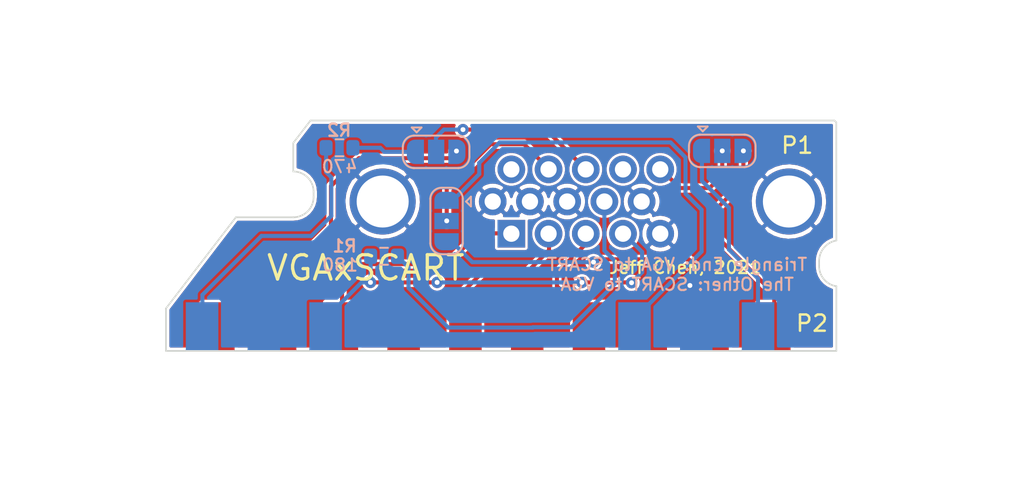
<source format=kicad_pcb>
(kicad_pcb (version 20171130) (host pcbnew "(5.1.10-1-10_14)")

  (general
    (thickness 1.6002)
    (drawings 21)
    (tracks 110)
    (zones 0)
    (modules 7)
    (nets 17)
  )

  (page USLetter)
  (title_block
    (rev 1)
  )

  (layers
    (0 Front signal)
    (31 Back signal)
    (34 B.Paste user)
    (35 F.Paste user)
    (36 B.SilkS user)
    (37 F.SilkS user)
    (38 B.Mask user)
    (39 F.Mask user)
    (42 Eco1.User user)
    (44 Edge.Cuts user)
    (45 Margin user)
    (46 B.CrtYd user)
    (47 F.CrtYd user)
    (49 F.Fab user)
  )

  (setup
    (last_trace_width 0.25)
    (user_trace_width 0.254)
    (user_trace_width 0.508)
    (user_trace_width 0.762)
    (trace_clearance 0.16)
    (zone_clearance 0.508)
    (zone_45_only no)
    (trace_min 0.1524)
    (via_size 0.7)
    (via_drill 0.3)
    (via_min_size 0.508)
    (via_min_drill 0.254)
    (user_via 0.6858 0.3302)
    (user_via 0.889 0.381)
    (uvia_size 0.6858)
    (uvia_drill 0.254)
    (uvias_allowed no)
    (uvia_min_size 0)
    (uvia_min_drill 0)
    (edge_width 0.1)
    (segment_width 0.254)
    (pcb_text_width 0.3048)
    (pcb_text_size 1.524 1.524)
    (mod_edge_width 0.127)
    (mod_text_size 0.762 0.762)
    (mod_text_width 0.127)
    (pad_size 1.524 1.524)
    (pad_drill 0.762)
    (pad_to_mask_clearance 0.0508)
    (aux_axis_origin 0 0)
    (visible_elements FFFFFF7F)
    (pcbplotparams
      (layerselection 0x010fc_ffffffff)
      (usegerberextensions false)
      (usegerberattributes false)
      (usegerberadvancedattributes false)
      (creategerberjobfile false)
      (excludeedgelayer true)
      (linewidth 0.152400)
      (plotframeref false)
      (viasonmask false)
      (mode 1)
      (useauxorigin false)
      (hpglpennumber 1)
      (hpglpenspeed 20)
      (hpglpendiameter 15.000000)
      (psnegative false)
      (psa4output false)
      (plotreference true)
      (plotvalue false)
      (plotinvisibletext false)
      (padsonsilk false)
      (subtractmaskfromsilk true)
      (outputformat 1)
      (mirror false)
      (drillshape 0)
      (scaleselection 1)
      (outputdirectory "./gerbers"))
  )

  (net 0 "")
  (net 1 /CVBS_Out)
  (net 2 /CVBS_In)
  (net 3 /Sync)
  (net 4 /VGA_Audio_L)
  (net 5 /Audio_L_In)
  (net 6 /Audio_L_Out)
  (net 7 /Audio_R_Out)
  (net 8 /Audio_R_In)
  (net 9 /VGA_Audio_R)
  (net 10 /Red)
  (net 11 GND)
  (net 12 /Green)
  (net 13 /Blue)
  (net 14 /Blanking)
  (net 15 /Attenuated_Sync)
  (net 16 "Net-(P1-Pad9)")

  (net_class Default "This is the default net class."
    (clearance 0.16)
    (trace_width 0.25)
    (via_dia 0.7)
    (via_drill 0.3)
    (uvia_dia 0.6858)
    (uvia_drill 0.254)
    (diff_pair_width 0.1524)
    (diff_pair_gap 0.1524)
    (add_net /Attenuated_Sync)
    (add_net /Audio_L_In)
    (add_net /Audio_L_Out)
    (add_net /Audio_R_In)
    (add_net /Audio_R_Out)
    (add_net /Blanking)
    (add_net /Blue)
    (add_net /CVBS_In)
    (add_net /CVBS_Out)
    (add_net /Green)
    (add_net /Red)
    (add_net /Sync)
    (add_net /VGA_Audio_L)
    (add_net /VGA_Audio_R)
    (add_net GND)
    (add_net "Net-(P1-Pad9)")
  )

  (module VGA2SCART:VGA_female_rightangle_slim (layer Front) (tedit 6169C646) (tstamp 61706EF1)
    (at 158.66 95.33 180)
    (path /61706631)
    (fp_text reference P1 (at -0.51 3.46) (layer F.SilkS)
      (effects (font (size 1 1) (thickness 0.15)))
    )
    (fp_text value VGA (at -13 -10.37) (layer F.Fab)
      (effects (font (size 1 1) (thickness 0.15)))
    )
    (fp_line (start -2.905 5.06) (end 27.895 5.06) (layer Dwgs.User) (width 0.12))
    (fp_line (start -2.905 -3.91) (end 27.895 -3.91) (layer Dwgs.User) (width 0.12))
    (fp_line (start -2.905 -3.91) (end -2.905 5.06) (layer Dwgs.User) (width 0.12))
    (fp_line (start 27.895 -3.91) (end 27.895 5.06) (layer Dwgs.User) (width 0.12))
    (fp_line (start 19.33 5.08) (end 19.33 9.33) (layer Dwgs.User) (width 0.12))
    (fp_line (start 19.33 9.33) (end 7.28 9.33) (layer Dwgs.User) (width 0.12))
    (fp_line (start 7.28 9.33) (end 7.28 5.04) (layer Dwgs.User) (width 0.12))
    (pad 15 thru_hole circle (at 7.915 1.98) (size 1.7 1.7) (drill 1) (layers *.Cu *.Mask)
      (net 9 /VGA_Audio_R))
    (pad 14 thru_hole circle (at 10.205 1.98) (size 1.7 1.7) (drill 1) (layers *.Cu *.Mask))
    (pad 13 thru_hole circle (at 12.495 1.98) (size 1.7 1.7) (drill 1) (layers *.Cu *.Mask)
      (net 3 /Sync))
    (pad 12 thru_hole circle (at 14.785 1.98) (size 1.7 1.7) (drill 1) (layers *.Cu *.Mask)
      (net 4 /VGA_Audio_L))
    (pad 11 thru_hole circle (at 17.075 1.98) (size 1.7 1.7) (drill 1) (layers *.Cu *.Mask))
    (pad 10 thru_hole circle (at 9.06 0) (size 1.7 1.7) (drill 1) (layers *.Cu *.Mask)
      (net 11 GND))
    (pad 9 thru_hole circle (at 11.35 0) (size 1.7 1.7) (drill 1) (layers *.Cu *.Mask)
      (net 16 "Net-(P1-Pad9)"))
    (pad 8 thru_hole circle (at 13.64 0) (size 1.7 1.7) (drill 1) (layers *.Cu *.Mask)
      (net 11 GND))
    (pad 7 thru_hole circle (at 15.93 0) (size 1.7 1.7) (drill 1) (layers *.Cu *.Mask)
      (net 11 GND))
    (pad 6 thru_hole circle (at 18.22 0) (size 1.7 1.7) (drill 1) (layers *.Cu *.Mask)
      (net 11 GND))
    (pad 5 thru_hole circle (at 7.915 -1.98) (size 1.7 1.7) (drill 1) (layers *.Cu *.Mask)
      (net 11 GND))
    (pad 4 thru_hole circle (at 10.205 -1.98) (size 1.7 1.7) (drill 1) (layers *.Cu *.Mask)
      (net 14 /Blanking))
    (pad 3 thru_hole circle (at 12.495 -1.98) (size 1.7 1.7) (drill 1) (layers *.Cu *.Mask)
      (net 13 /Blue))
    (pad 2 thru_hole circle (at 14.785 -1.98) (size 1.7 1.7) (drill 1) (layers *.Cu *.Mask)
      (net 12 /Green))
    (pad S1 thru_hole circle (at 0 0 180) (size 4.066 4.066) (drill 3.2) (layers *.Cu *.Mask)
      (net 11 GND) (zone_connect 1))
    (pad S2 thru_hole circle (at 24.99 0 180) (size 4.066 4.066) (drill 3.2) (layers *.Cu *.Mask)
      (net 11 GND) (zone_connect 1))
    (pad 1 thru_hole rect (at 17.075 -1.98) (size 1.7 1.7) (drill 1) (layers *.Cu *.Mask)
      (net 10 /Red) (zone_connect 2))
    (model "${KIPRJMOD}/File/VGA/VGA Female Slim.step"
      (offset (xyz -2.9 -5.05 0))
      (scale (xyz 1 1 1))
      (rotate (xyz 0 0 0))
    )
  )

  (module VGA2SCART:SCART_Cutdown locked (layer Front) (tedit 61759D2E) (tstamp 61706F06)
    (at 123.551146 104.533895)
    (path /61708343)
    (fp_text reference P2 (at 36.528854 -1.703895) (layer F.SilkS)
      (effects (font (size 1 1) (thickness 0.15)))
    )
    (fp_text value SCART_PAL (at 4.52 -6.31) (layer F.Fab)
      (effects (font (size 1 1) (thickness 0.15)))
    )
    (fp_poly (pts (xy 28.513559 -0.016226) (xy 29.428492 -0.022577) (xy 29.434678 -2.246289) (xy 29.440864 -4.47)
      (xy 31.403778 -4.47) (xy 31.403778 -0.010459) (xy 33.221526 -0.010459) (xy 33.221526 -4.47)
      (xy 35.208931 -4.47) (xy 35.208931 -0.010459) (xy 38.020381 -0.010459) (xy 38.020381 -3.973755)
      (xy 37.86124 -4.019331) (xy 37.668118 -4.096968) (xy 37.482253 -4.214046) (xy 37.317268 -4.361951)
      (xy 37.314411 -4.365018) (xy 37.195026 -4.506899) (xy 37.106363 -4.647174) (xy 37.03609 -4.806509)
      (xy 37.01454 -4.86767) (xy 36.988712 -4.950861) (xy 36.971344 -5.027056) (xy 36.960837 -5.109592)
      (xy 36.955587 -5.211809) (xy 36.953992 -5.347045) (xy 36.953969 -5.371997) (xy 36.958489 -5.573071)
      (xy 36.971863 -5.733043) (xy 36.99108 -5.838364) (xy 37.068225 -6.048059) (xy 37.183819 -6.245476)
      (xy 37.330901 -6.423492) (xy 37.50251 -6.574988) (xy 37.691683 -6.692841) (xy 37.89146 -6.76993)
      (xy 37.905257 -6.773514) (xy 38.020381 -6.802473) (xy 38.020381 -14.070025) (xy 37.956251 -14.129459)
      (xy 37.89212 -14.188894) (xy 21.79647 -14.188123) (xy 20.707549 -14.188056) (xy 19.666139 -14.187961)
      (xy 18.67128 -14.187837) (xy 17.72201 -14.18768) (xy 16.817367 -14.187489) (xy 15.95639 -14.187263)
      (xy 15.138116 -14.187) (xy 14.361586 -14.186696) (xy 13.625837 -14.186352) (xy 12.929907 -14.185964)
      (xy 12.272836 -14.185531) (xy 11.653661 -14.185051) (xy 11.071422 -14.184522) (xy 10.525156 -14.183942)
      (xy 10.013903 -14.18331) (xy 9.5367 -14.182623) (xy 9.092586 -14.181879) (xy 8.6806 -14.181077)
      (xy 8.29978 -14.180214) (xy 7.949165 -14.17929) (xy 7.627793 -14.178301) (xy 7.334702 -14.177246)
      (xy 7.068932 -14.176123) (xy 6.82952 -14.174931) (xy 6.615505 -14.173666) (xy 6.425926 -14.172328)
      (xy 6.259821 -14.170915) (xy 6.116228 -14.169424) (xy 5.994187 -14.167854) (xy 5.892735 -14.166203)
      (xy 5.810911 -14.164468) (xy 5.747754 -14.162649) (xy 5.702302 -14.160743) (xy 5.673593 -14.158748)
      (xy 5.660666 -14.156662) (xy 5.659964 -14.156295) (xy 5.642053 -14.134758) (xy 5.595805 -14.076252)
      (xy 5.522376 -13.982278) (xy 5.42292 -13.854334) (xy 5.298594 -13.693922) (xy 5.150553 -13.50254)
      (xy 4.979951 -13.28169) (xy 4.787945 -13.032871) (xy 4.57569 -12.757583) (xy 4.344341 -12.457327)
      (xy 4.095054 -12.133601) (xy 3.828984 -11.787907) (xy 3.547287 -11.421745) (xy 3.420788 -11.257248)
      (xy 17.257183 -11.257248) (xy 17.289093 -11.39428) (xy 17.353731 -11.518461) (xy 17.450331 -11.621004)
      (xy 17.552538 -11.682634) (xy 17.649846 -11.70825) (xy 17.770818 -11.715967) (xy 17.894305 -11.706367)
      (xy 17.999158 -11.680033) (xy 18.022353 -11.669711) (xy 18.149349 -11.58089) (xy 18.240228 -11.467763)
      (xy 18.295029 -11.338308) (xy 18.313795 -11.200502) (xy 18.305524 -11.134172) (xy 19.550432 -11.134172)
      (xy 19.551378 -11.284675) (xy 19.586566 -11.413467) (xy 19.661965 -11.545228) (xy 19.762668 -11.637766)
      (xy 19.891573 -11.692756) (xy 20.051584 -11.711875) (xy 20.101917 -11.711047) (xy 20.203383 -11.703696)
      (xy 20.275528 -11.688111) (xy 20.337423 -11.658817) (xy 20.378777 -11.631534) (xy 20.45418 -11.563987)
      (xy 20.521421 -11.48037) (xy 20.539679 -11.450153) (xy 20.571675 -11.381279) (xy 20.58789 -11.315333)
      (xy 20.590446 -11.261016) (xy 21.838514 -11.261016) (xy 21.877508 -11.410751) (xy 21.95315 -11.54051)
      (xy 22.058882 -11.64091) (xy 22.133263 -11.682813) (xy 22.215687 -11.704369) (xy 22.324871 -11.7141)
      (xy 22.440554 -11.711962) (xy 22.542476 -11.697911) (xy 22.588478 -11.683794) (xy 22.709579 -11.608195)
      (xy 22.801707 -11.501729) (xy 22.862781 -11.373854) (xy 22.890722 -11.234034) (xy 22.888762 -11.195668)
      (xy 24.144904 -11.195668) (xy 24.146434 -11.298843) (xy 24.153502 -11.369189) (xy 24.169831 -11.422316)
      (xy 24.19914 -11.473835) (xy 24.217614 -11.500737) (xy 24.320132 -11.606373) (xy 24.44975 -11.679013)
      (xy 24.595736 -11.715963) (xy 24.747356 -11.714533) (xy 24.893878 -11.672031) (xy 24.89624 -11.670948)
      (xy 25.016521 -11.591158) (xy 25.104648 -11.483291) (xy 25.159998 -11.356085) (xy 25.181946 -11.218284)
      (xy 25.179637 -11.191589) (xy 26.413206 -11.191589) (xy 26.430293 -11.330651) (xy 26.484011 -11.462201)
      (xy 26.574443 -11.578292) (xy 26.699454 -11.669778) (xy 26.761341 -11.696191) (xy 26.833316 -11.709413)
      (xy 26.931726 -11.711924) (xy 26.970545 -11.710902) (xy 27.073725 -11.70469) (xy 27.146159 -11.691397)
      (xy 27.205514 -11.666316) (xy 27.254523 -11.635247) (xy 27.361335 -11.533995) (xy 27.432749 -11.409084)
      (xy 27.468759 -11.269923) (xy 27.469361 -11.125924) (xy 27.434552 -10.986496) (xy 27.364326 -10.86105)
      (xy 27.258678 -10.758996) (xy 27.254943 -10.756381) (xy 27.142286 -10.703166) (xy 27.006696 -10.676072)
      (xy 26.866657 -10.676362) (xy 26.740654 -10.705295) (xy 26.709481 -10.719171) (xy 26.580886 -10.808807)
      (xy 26.488586 -10.92272) (xy 26.432664 -11.052963) (xy 26.413206 -11.191589) (xy 25.179637 -11.191589)
      (xy 25.169866 -11.078626) (xy 25.123133 -10.945852) (xy 25.041124 -10.828705) (xy 24.961363 -10.759964)
      (xy 24.894151 -10.71898) (xy 24.828009 -10.6952) (xy 24.743515 -10.682994) (xy 24.682642 -10.679198)
      (xy 24.580616 -10.677333) (xy 24.507008 -10.685722) (xy 24.442241 -10.707817) (xy 24.399389 -10.729138)
      (xy 24.317269 -10.786562) (xy 24.240211 -10.861832) (xy 24.217614 -10.8906) (xy 24.181228 -10.946505)
      (xy 24.159502 -10.996974) (xy 24.148715 -11.057616) (xy 24.145146 -11.144041) (xy 24.144904 -11.195668)
      (xy 22.888762 -11.195668) (xy 22.883451 -11.091727) (xy 22.838888 -10.956394) (xy 22.77075 -10.854609)
      (xy 22.656674 -10.753208) (xy 22.526484 -10.694471) (xy 22.371637 -10.67462) (xy 22.363511 -10.674581)
      (xy 22.203783 -10.696152) (xy 22.066382 -10.757096) (xy 21.956369 -10.851759) (xy 21.878805 -10.974486)
      (xy 21.838754 -11.119623) (xy 21.838514 -11.261016) (xy 20.590446 -11.261016) (xy 20.591777 -11.232738)
      (xy 20.589619 -11.1669) (xy 20.58146 -11.064674) (xy 20.564989 -10.991668) (xy 20.534623 -10.928704)
      (xy 20.509014 -10.890039) (xy 20.441467 -10.814636) (xy 20.35785 -10.747395) (xy 20.327633 -10.729138)
      (xy 20.258759 -10.697142) (xy 20.192813 -10.680926) (xy 20.110218 -10.67704) (xy 20.04438 -10.679198)
      (xy 19.941656 -10.687457) (xy 19.867895 -10.704217) (xy 19.803675 -10.735105) (xy 19.765659 -10.759964)
      (xy 19.660596 -10.860785) (xy 19.587846 -10.989198) (xy 19.550432 -11.134172) (xy 18.305524 -11.134172)
      (xy 18.296564 -11.062324) (xy 18.243377 -10.931751) (xy 18.154275 -10.816763) (xy 18.029299 -10.725336)
      (xy 18.017541 -10.719171) (xy 17.899037 -10.681725) (xy 17.761156 -10.673287) (xy 17.622382 -10.692596)
      (xy 17.501198 -10.738392) (xy 17.472079 -10.756381) (xy 17.365448 -10.856931) (xy 17.294597 -10.979785)
      (xy 17.258763 -11.116154) (xy 17.257183 -11.257248) (xy 3.420788 -11.257248) (xy 3.251117 -11.036613)
      (xy 2.941631 -10.634013) (xy 2.619983 -10.215444) (xy 2.28733 -9.782407) (xy 2.16014 -9.616781)
      (xy 3.362577 -9.616781) (xy 3.36451 -9.750892) (xy 3.369385 -9.876784) (xy 3.376512 -9.981955)
      (xy 3.385203 -10.053904) (xy 3.387252 -10.064016) (xy 3.455397 -10.261426) (xy 3.563863 -10.453986)
      (xy 3.70474 -10.63201) (xy 3.870118 -10.785814) (xy 4.052087 -10.905716) (xy 4.090717 -10.925227)
      (xy 4.294934 -11.00713) (xy 4.487184 -11.048783) (xy 4.679823 -11.051865) (xy 4.843376 -11.027506)
      (xy 5.069501 -10.955378) (xy 5.278769 -10.840658) (xy 5.46627 -10.687733) (xy 5.627092 -10.500988)
      (xy 5.756325 -10.28481) (xy 5.807975 -10.165977) (xy 5.831117 -10.102033) (xy 5.847498 -10.043406)
      (xy 5.858254 -9.979779) (xy 5.864524 -9.90083) (xy 5.867443 -9.796243) (xy 5.868151 -9.655696)
      (xy 5.868124 -9.620287) (xy 5.867161 -9.467583) (xy 5.864041 -9.353194) (xy 5.857736 -9.266973)
      (xy 5.848686 -9.208264) (xy 8.985765 -9.208264) (xy 9.004629 -9.438605) (xy 9.062369 -9.644115)
      (xy 9.162031 -9.832609) (xy 9.293292 -9.997639) (xy 9.398724 -10.093859) (xy 9.526157 -10.18349)
      (xy 9.66029 -10.257454) (xy 9.785822 -10.306673) (xy 9.833167 -10.317937) (xy 9.956561 -10.330974)
      (xy 10.101865 -10.333035) (xy 10.250424 -10.324968) (xy 10.38358 -10.307623) (xy 10.461116 -10.28935)
      (xy 10.66793 -10.200979) (xy 10.847586 -10.076116) (xy 10.997101 -9.920288) (xy 11.113489 -9.739018)
      (xy 11.193767 -9.537831) (xy 11.23495 -9.322252) (xy 11.234489 -9.206612) (xy 16.107697 -9.206612)
      (xy 16.12063 -9.343856) (xy 16.166348 -9.472778) (xy 16.245004 -9.584579) (xy 16.356749 -9.670458)
      (xy 16.364785 -9.674737) (xy 16.492287 -9.729459) (xy 16.608092 -9.749378) (xy 16.731857 -9.73636)
      (xy 16.807251 -9.71679) (xy 16.936713 -9.65421) (xy 17.044274 -9.554458) (xy 17.121621 -9.426891)
      (xy 17.15303 -9.327533) (xy 17.159949 -9.229658) (xy 18.398101 -9.229658) (xy 18.416565 -9.372211)
      (xy 18.458879 -9.478773) (xy 18.553475 -9.598874) (xy 18.67573 -9.68464) (xy 18.816754 -9.73358)
      (xy 18.967659 -9.743203) (xy 19.119556 -9.711016) (xy 19.185449 -9.68244) (xy 19.302145 -9.597861)
      (xy 19.386509 -9.485439) (xy 19.437551 -9.354305) (xy 19.448071 -9.265828) (xy 20.695656 -9.265828)
      (xy 20.727389 -9.422479) (xy 20.798082 -9.550437) (xy 20.908124 -9.650197) (xy 21.048893 -9.719101)
      (xy 21.147332 -9.745909) (xy 21.240004 -9.748974) (xy 21.347806 -9.728204) (xy 21.385236 -9.717604)
      (xy 21.519104 -9.655292) (xy 21.623348 -9.561848) (xy 21.696761 -9.445413) (xy 21.738134 -9.314128)
      (xy 21.745952 -9.181357) (xy 22.979581 -9.181357) (xy 22.994485 -9.339061) (xy 23.003516 -9.373713)
      (xy 23.06647 -9.510633) (xy 23.162623 -9.619092) (xy 23.28381 -9.695895) (xy 23.421863 -9.737848)
      (xy 23.568615 -9.741756) (xy 23.715899 -9.704424) (xy 23.775775 -9.675777) (xy 23.892198 -9.58591)
      (xy 23.975033 -9.469386) (xy 24.023281 -9.33543) (xy 24.035854 -9.194252) (xy 25.275232 -9.194252)
      (xy 25.285185 -9.334181) (xy 25.327521 -9.465428) (xy 25.401427 -9.57855) (xy 25.506093 -9.664106)
      (xy 25.521429 -9.67246) (xy 25.649192 -9.727786) (xy 25.763154 -9.749271) (xy 25.882209 -9.738857)
      (xy 25.964312 -9.717997) (xy 26.10895 -9.652819) (xy 26.218109 -9.555225) (xy 26.290073 -9.427584)
      (xy 26.319152 -9.290926) (xy 33.990884 -9.290926) (xy 34.027228 -9.513227) (xy 34.105421 -9.720524)
      (xy 34.22226 -9.907628) (xy 34.374543 -10.069349) (xy 34.559068 -10.200498) (xy 34.760237 -10.291672)
      (xy 34.890359 -10.321459) (xy 35.048438 -10.33462) (xy 35.216941 -10.33128) (xy 35.378336 -10.311564)
      (xy 35.482785 -10.286535) (xy 35.682188 -10.200368) (xy 35.858707 -10.074882) (xy 36.007749 -9.915646)
      (xy 36.12472 -9.72823) (xy 36.205029 -9.518206) (xy 36.235121 -9.374112) (xy 36.244868 -9.14563)
      (xy 36.209786 -8.926255) (xy 36.133357 -8.72116) (xy 36.019066 -8.535522) (xy 35.870395 -8.374513)
      (xy 35.690829 -8.243308) (xy 35.483851 -8.147081) (xy 35.389699 -8.118371) (xy 35.177245 -8.087071)
      (xy 34.957839 -8.09855) (xy 34.741574 -8.150209) (xy 34.538545 -8.23945) (xy 34.358844 -8.363673)
      (xy 34.327217 -8.391904) (xy 34.210388 -8.528217) (xy 34.111747 -8.69728) (xy 34.038386 -8.884655)
      (xy 33.99959 -9.058813) (xy 33.990884 -9.290926) (xy 26.319152 -9.290926) (xy 26.323124 -9.272263)
      (xy 26.325196 -9.220382) (xy 26.304983 -9.058537) (xy 26.245899 -8.920053) (xy 26.152332 -8.80987)
      (xy 26.028667 -8.732932) (xy 25.879291 -8.694181) (xy 25.856281 -8.692064) (xy 25.698806 -8.69641)
      (xy 25.566389 -8.736739) (xy 25.448316 -8.816323) (xy 25.447799 -8.816776) (xy 25.355727 -8.926108)
      (xy 25.298476 -9.05508) (xy 25.275232 -9.194252) (xy 24.035854 -9.194252) (xy 24.035942 -9.19327)
      (xy 24.012019 -9.052133) (xy 23.950509 -8.921244) (xy 23.867935 -8.824944) (xy 23.751985 -8.742149)
      (xy 23.626024 -8.699102) (xy 23.477729 -8.691977) (xy 23.44688 -8.69429) (xy 23.295284 -8.729892)
      (xy 23.168525 -8.802885) (xy 23.070833 -8.906783) (xy 23.006441 -9.035102) (xy 22.979581 -9.181357)
      (xy 21.745952 -9.181357) (xy 21.74626 -9.176131) (xy 21.71993 -9.039564) (xy 21.657935 -8.912567)
      (xy 21.559069 -8.80328) (xy 21.524829 -8.777113) (xy 21.411699 -8.722183) (xy 21.27575 -8.692862)
      (xy 21.13689 -8.691867) (xy 21.04298 -8.711292) (xy 20.909203 -8.779516) (xy 20.803875 -8.882699)
      (xy 20.731497 -9.013655) (xy 20.696568 -9.165199) (xy 20.695656 -9.265828) (xy 19.448071 -9.265828)
      (xy 19.454282 -9.213594) (xy 19.435713 -9.072439) (xy 19.380854 -8.939973) (xy 19.288717 -8.825329)
      (xy 19.279223 -8.816776) (xy 19.16119 -8.737008) (xy 19.028861 -8.696508) (xy 18.871523 -8.692007)
      (xy 18.870741 -8.692064) (xy 18.718148 -8.725792) (xy 18.588038 -8.801772) (xy 18.484364 -8.917468)
      (xy 18.461601 -8.954855) (xy 18.413143 -9.0847) (xy 18.398101 -9.229658) (xy 17.159949 -9.229658)
      (xy 17.164137 -9.17042) (xy 17.133876 -9.027836) (xy 17.068313 -8.904312) (xy 16.973511 -8.804381)
      (xy 16.855535 -8.732573) (xy 16.720449 -8.69342) (xy 16.574318 -8.691454) (xy 16.423205 -8.731206)
      (xy 16.380774 -8.750457) (xy 16.264088 -8.832971) (xy 16.179579 -8.942369) (xy 16.127398 -9.06985)
      (xy 16.107697 -9.206612) (xy 11.234489 -9.206612) (xy 11.234054 -9.097805) (xy 11.20174 -8.918272)
      (xy 11.1228 -8.706087) (xy 11.006204 -8.519452) (xy 10.857365 -8.361677) (xy 10.681699 -8.236074)
      (xy 10.484621 -8.145954) (xy 10.271544 -8.094627) (xy 10.047884 -8.085405) (xy 9.876775 -8.108044)
      (xy 9.656223 -8.177423) (xy 9.460455 -8.285803) (xy 9.293275 -8.428486) (xy 9.158485 -8.600777)
      (xy 9.059891 -8.797977) (xy 9.001296 -9.015389) (xy 8.985765 -9.208264) (xy 5.848686 -9.208264)
      (xy 5.847222 -9.198773) (xy 5.831472 -9.138449) (xy 5.814412 -9.089037) (xy 5.720582 -8.887941)
      (xy 5.594149 -8.710011) (xy 5.469028 -8.580571) (xy 5.275772 -8.43165) (xy 5.064518 -8.322656)
      (xy 4.841514 -8.254251) (xy 4.613006 -8.227099) (xy 4.385241 -8.241864) (xy 4.164464 -8.29921)
      (xy 3.956924 -8.3998) (xy 3.929797 -8.417032) (xy 3.789285 -8.520229) (xy 3.677253 -8.631308)
      (xy 3.577437 -8.767297) (xy 3.544445 -8.820478) (xy 3.474271 -8.948723) (xy 3.423796 -9.07175)
      (xy 3.390275 -9.201575) (xy 3.370963 -9.350216) (xy 3.363115 -9.529692) (xy 3.362577 -9.616781)
      (xy 2.16014 -9.616781) (xy 1.944826 -9.336401) (xy 1.593627 -8.878927) (xy 1.234888 -8.411484)
      (xy 1.206482 -8.374463) (xy 0.323338 -7.223501) (xy 17.24823 -7.223501) (xy 17.264993 -7.365797)
      (xy 17.321567 -7.501344) (xy 17.403125 -7.605928) (xy 17.531015 -7.701945) (xy 17.675104 -7.754632)
      (xy 17.827637 -7.762562) (xy 17.980862 -7.724309) (xy 18.00048 -7.715845) (xy 18.104019 -7.661331)
      (xy 18.175668 -7.60145) (xy 18.231185 -7.521955) (xy 18.246314 -7.493599) (xy 18.300225 -7.341096)
      (xy 18.303841 -7.286267) (xy 19.54575 -7.286267) (xy 19.579008 -7.432156) (xy 19.64843 -7.557624)
      (xy 19.748421 -7.657629) (xy 19.873384 -7.727127) (xy 20.017721 -7.761077) (xy 20.175837 -7.754437)
      (xy 20.237408 -7.74049) (xy 20.367082 -7.680576) (xy 20.472608 -7.58381) (xy 20.548418 -7.458111)
      (xy 20.588944 -7.311399) (xy 20.594236 -7.232978) (xy 20.587495 -7.167563) (xy 21.836487 -7.167563)
      (xy 21.838299 -7.320563) (xy 21.884572 -7.465904) (xy 21.973798 -7.595207) (xy 21.987603 -7.609532)
      (xy 22.114761 -7.704979) (xy 22.259463 -7.755929) (xy 22.418329 -7.761609) (xy 22.542474 -7.736377)
      (xy 22.669296 -7.674834) (xy 22.771229 -7.57874) (xy 22.844433 -7.457211) (xy 22.885066 -7.31936)
      (xy 22.887579 -7.232978) (xy 24.132786 -7.232978) (xy 24.154144 -7.390692) (xy 24.213778 -7.526138)
      (xy 24.305029 -7.635224) (xy 24.421239 -7.713859) (xy 24.555748 -7.757953) (xy 24.701897 -7.763416)
      (xy 24.853027 -7.726157) (xy 24.900859 -7.70479) (xy 25.023488 -7.619837) (xy 25.11096 -7.510259)
      (xy 25.164019 -7.384001) (xy 25.182161 -7.257675) (xy 26.416036 -7.257675) (xy 26.44576 -7.410939)
      (xy 26.480708 -7.493599) (xy 26.53451 -7.581329) (xy 26.599932 -7.645367) (xy 26.692736 -7.699962)
      (xy 26.726542 -7.715845) (xy 26.877618 -7.759645) (xy 27.036373 -7.756508) (xy 27.123199 -7.736377)
      (xy 27.22026 -7.688918) (xy 27.316207 -7.611505) (xy 27.396688 -7.518366) (xy 27.447351 -7.423728)
      (xy 27.451253 -7.411148) (xy 27.476121 -7.244752) (xy 27.457949 -7.089854) (xy 27.399287 -6.952535)
      (xy 27.302687 -6.838877) (xy 27.177321 -6.757992) (xy 27.027678 -6.708633) (xy 26.883991 -6.705479)
      (xy 26.737587 -6.748683) (xy 26.700182 -6.766422) (xy 26.573313 -6.855645) (xy 26.482125 -6.972369)
      (xy 26.428929 -7.108932) (xy 26.416036 -7.257675) (xy 25.182161 -7.257675) (xy 25.183406 -7.24901)
      (xy 25.169865 -7.113232) (xy 25.124139 -6.984613) (xy 25.04697 -6.871097) (xy 24.939102 -6.780633)
      (xy 24.809108 -6.723347) (xy 24.650588 -6.700362) (xy 24.502426 -6.720932) (xy 24.370922 -6.780306)
      (xy 24.262379 -6.873738) (xy 24.183099 -6.996477) (xy 24.139385 -7.143774) (xy 24.132786 -7.232978)
      (xy 22.887579 -7.232978) (xy 22.889286 -7.174304) (xy 22.853252 -7.031156) (xy 22.846379 -7.015284)
      (xy 22.793623 -6.914019) (xy 22.735799 -6.844026) (xy 22.657221 -6.78928) (xy 22.593759 -6.757165)
      (xy 22.44079 -6.708443) (xy 22.289605 -6.707906) (xy 22.136714 -6.755555) (xy 22.133263 -6.757165)
      (xy 22.03476 -6.810451) (xy 21.966397 -6.869393) (xy 21.912492 -6.950014) (xy 21.880643 -7.015284)
      (xy 21.836487 -7.167563) (xy 20.587495 -7.167563) (xy 20.578649 -7.081739) (xy 20.547191 -6.99341)
      (xy 20.459862 -6.867921) (xy 20.349572 -6.778306) (xy 20.223849 -6.723567) (xy 20.090219 -6.702707)
      (xy 19.95621 -6.714728) (xy 19.829348 -6.758632) (xy 19.717161 -6.833423) (xy 19.627175 -6.938102)
      (xy 19.566917 -7.071672) (xy 19.554255 -7.124999) (xy 19.54575 -7.286267) (xy 18.303841 -7.286267)
      (xy 18.310262 -7.18894) (xy 18.278735 -7.044792) (xy 18.207956 -6.916311) (xy 18.100238 -6.811157)
      (xy 18.02684 -6.766422) (xy 17.87844 -6.711797) (xy 17.734889 -6.703568) (xy 17.587515 -6.741581)
      (xy 17.549701 -6.757992) (xy 17.422014 -6.841702) (xy 17.32822 -6.952896) (xy 17.269799 -7.083014)
      (xy 17.24823 -7.223501) (xy 0.323338 -7.223501) (xy -3.206145 -2.623689) (xy -3.206145 -0.010459)
      (xy -1.000611 -0.010459) (xy -1.000611 -2.09481) (xy 0.986793 -2.09481) (xy 0.986793 -0.010459)
      (xy 2.804542 -0.010459) (xy 2.804542 -4.47) (xy 4.791946 -4.47) (xy 4.791946 -0.010459)
      (xy 6.609694 -0.010459) (xy 6.609694 -4.47) (xy 8.597099 -4.47) (xy 8.597099 -0.010459)
      (xy 10.414847 -0.010459) (xy 10.414847 -4.47) (xy 12.402251 -4.47) (xy 12.402251 -0.010459)
      (xy 14.22 -0.010459) (xy 14.22 -4.47) (xy 16.207404 -4.47) (xy 16.207404 -0.010459)
      (xy 18.025152 -0.010459) (xy 18.025152 -4.47) (xy 19.988066 -4.47) (xy 19.994252 -2.246289)
      (xy 20.000438 -0.022577) (xy 20.915372 -0.016226) (xy 21.830305 -0.009877) (xy 21.830305 -4.47)
      (xy 23.793473 -4.47) (xy 23.793473 -0.010459) (xy 25.635458 -0.010459) (xy 25.635458 -4.47)
      (xy 27.598625 -4.47) (xy 27.598625 -0.009877) (xy 28.513559 -0.016226)) (layer Eco1.User) (width 0.01))
    (fp_text user Tip (at -4.29 -1.32) (layer F.Fab)
      (effects (font (size 1 1) (thickness 0.15)))
    )
    (pad 16 smd rect (at 6.61 -1.5) (size 2 3) (layers Back B.Paste B.Mask)
      (net 14 /Blanking) (zone_connect 2))
    (pad 2 smd rect (at 33.21 -1.5) (size 2 3) (layers Back B.Paste B.Mask)
      (net 8 /Audio_R_In) (zone_connect 2))
    (pad 4 smd rect (at 29.41 -1.5) (size 2 3) (layers Back B.Paste B.Mask)
      (net 11 GND) (zone_connect 2))
    (pad 6 smd rect (at 25.61 -1.5) (size 2 3) (layers Back B.Paste B.Mask)
      (net 5 /Audio_L_In) (zone_connect 2))
    (pad 18 smd rect (at 2.81 -1.5) (size 2 3) (layers Back B.Paste B.Mask)
      (net 11 GND) (zone_connect 2))
    (pad 20 smd rect (at -0.99 -1.5) (size 2 3) (layers Back B.Paste B.Mask)
      (net 2 /CVBS_In) (zone_connect 2))
    (pad 1 smd rect (at 34.21 -1.5) (size 2 3) (layers Front F.Paste F.Mask)
      (net 7 /Audio_R_Out) (zone_connect 2))
    (pad 3 smd rect (at 30.41 -1.5) (size 2 3) (layers Front F.Paste F.Mask)
      (net 6 /Audio_L_Out) (zone_connect 2))
    (pad 5 smd rect (at 26.61 -1.5) (size 2 3) (layers Front F.Paste F.Mask)
      (net 11 GND) (zone_connect 2))
    (pad 7 smd rect (at 22.81 -1.5) (size 2 3) (layers Front F.Paste F.Mask)
      (net 13 /Blue) (zone_connect 2))
    (pad 9 smd rect (at 19.01 -1.5) (size 2 3) (layers Front F.Paste F.Mask)
      (net 11 GND) (zone_connect 2))
    (pad 11 smd rect (at 15.21 -1.5) (size 2 3) (layers Front F.Paste F.Mask)
      (net 12 /Green) (zone_connect 2))
    (pad 13 smd rect (at 11.41 -1.5) (size 2 3) (layers Front F.Paste F.Mask)
      (net 11 GND) (zone_connect 2))
    (pad 15 smd rect (at 7.61 -1.5) (size 2 3) (layers Front F.Paste F.Mask)
      (net 10 /Red) (zone_connect 2))
    (pad 17 smd rect (at 3.81 -1.5) (size 2 3) (layers Front F.Paste F.Mask)
      (net 11 GND) (zone_connect 2))
    (pad 19 smd rect (at 0.01 -1.5) (size 2 3) (layers Front F.Paste F.Mask)
      (net 1 /CVBS_Out) (zone_connect 2))
  )

  (module Resistor_SMD:R_0603_1608Metric (layer Back) (tedit 5F68FEEE) (tstamp 61706F17)
    (at 133.755 98.7 180)
    (descr "Resistor SMD 0603 (1608 Metric), square (rectangular) end terminal, IPC_7351 nominal, (Body size source: IPC-SM-782 page 72, https://www.pcb-3d.com/wordpress/wp-content/uploads/ipc-sm-782a_amendment_1_and_2.pdf), generated with kicad-footprint-generator")
    (tags resistor)
    (path /617331B3)
    (attr smd)
    (fp_text reference R1 (at 2.425 0.63) (layer B.SilkS)
      (effects (font (size 0.75 0.75) (thickness 0.15)) (justify mirror))
    )
    (fp_text value "180 Ohm" (at 0 -1.43) (layer B.Fab)
      (effects (font (size 1 1) (thickness 0.15)) (justify mirror))
    )
    (fp_line (start -0.8 -0.4125) (end -0.8 0.4125) (layer B.Fab) (width 0.1))
    (fp_line (start -0.8 0.4125) (end 0.8 0.4125) (layer B.Fab) (width 0.1))
    (fp_line (start 0.8 0.4125) (end 0.8 -0.4125) (layer B.Fab) (width 0.1))
    (fp_line (start 0.8 -0.4125) (end -0.8 -0.4125) (layer B.Fab) (width 0.1))
    (fp_line (start -0.237258 0.5225) (end 0.237258 0.5225) (layer B.SilkS) (width 0.12))
    (fp_line (start -0.237258 -0.5225) (end 0.237258 -0.5225) (layer B.SilkS) (width 0.12))
    (fp_line (start -1.48 -0.73) (end -1.48 0.73) (layer B.CrtYd) (width 0.05))
    (fp_line (start -1.48 0.73) (end 1.48 0.73) (layer B.CrtYd) (width 0.05))
    (fp_line (start 1.48 0.73) (end 1.48 -0.73) (layer B.CrtYd) (width 0.05))
    (fp_line (start 1.48 -0.73) (end -1.48 -0.73) (layer B.CrtYd) (width 0.05))
    (fp_text user %R (at 0 0) (layer B.Fab)
      (effects (font (size 0.4 0.4) (thickness 0.06)) (justify mirror))
    )
    (pad 2 smd roundrect (at 0.825 0 180) (size 0.8 0.95) (layers Back B.Paste B.Mask) (roundrect_rratio 0.25)
      (net 14 /Blanking))
    (pad 1 smd roundrect (at -0.825 0 180) (size 0.8 0.95) (layers Back B.Paste B.Mask) (roundrect_rratio 0.25)
      (net 16 "Net-(P1-Pad9)"))
    (model ${KISYS3DMOD}/Resistor_SMD.3dshapes/R_0603_1608Metric.wrl
      (at (xyz 0 0 0))
      (scale (xyz 1 1 1))
      (rotate (xyz 0 0 0))
    )
  )

  (module Jumper:SolderJumper-3_P1.3mm_Open_RoundedPad1.0x1.5mm (layer Back) (tedit 5B391EB7) (tstamp 61708D2E)
    (at 136.96 92.27)
    (descr "SMD Solder 3-pad Jumper, 1x1.5mm rounded Pads, 0.3mm gap, open")
    (tags "solder jumper open")
    (path /6170D0C6)
    (attr virtual)
    (fp_text reference JP1 (at 0 1.8) (layer B.SilkS) hide
      (effects (font (size 1 1) (thickness 0.15)) (justify mirror))
    )
    (fp_text value SolderJumper_3_Open (at 0 -1.9) (layer B.Fab)
      (effects (font (size 1 1) (thickness 0.15)) (justify mirror))
    )
    (fp_line (start -1.2 -1.2) (end -0.9 -1.5) (layer B.SilkS) (width 0.12))
    (fp_line (start -1.5 -1.5) (end -0.9 -1.5) (layer B.SilkS) (width 0.12))
    (fp_line (start -1.2 -1.2) (end -1.5 -1.5) (layer B.SilkS) (width 0.12))
    (fp_line (start -2.05 -0.3) (end -2.05 0.3) (layer B.SilkS) (width 0.12))
    (fp_line (start 1.4 -1) (end -1.4 -1) (layer B.SilkS) (width 0.12))
    (fp_line (start 2.05 0.3) (end 2.05 -0.3) (layer B.SilkS) (width 0.12))
    (fp_line (start -1.4 1) (end 1.4 1) (layer B.SilkS) (width 0.12))
    (fp_line (start -2.3 1.25) (end 2.3 1.25) (layer B.CrtYd) (width 0.05))
    (fp_line (start -2.3 1.25) (end -2.3 -1.25) (layer B.CrtYd) (width 0.05))
    (fp_line (start 2.3 -1.25) (end 2.3 1.25) (layer B.CrtYd) (width 0.05))
    (fp_line (start 2.3 -1.25) (end -2.3 -1.25) (layer B.CrtYd) (width 0.05))
    (fp_arc (start -1.35 0.3) (end -1.35 1) (angle 90) (layer B.SilkS) (width 0.12))
    (fp_arc (start -1.35 -0.3) (end -2.05 -0.3) (angle 90) (layer B.SilkS) (width 0.12))
    (fp_arc (start 1.35 -0.3) (end 1.35 -1) (angle 90) (layer B.SilkS) (width 0.12))
    (fp_arc (start 1.35 0.3) (end 2.05 0.3) (angle 90) (layer B.SilkS) (width 0.12))
    (pad 2 smd rect (at 0 0) (size 1 1.5) (layers Back B.Mask)
      (net 3 /Sync))
    (pad 3 smd custom (at 1.3 0) (size 1 0.5) (layers Back B.Mask)
      (net 1 /CVBS_Out) (zone_connect 2)
      (options (clearance outline) (anchor rect))
      (primitives
        (gr_circle (center 0 -0.25) (end 0.5 -0.25) (width 0))
        (gr_circle (center 0 0.25) (end 0.5 0.25) (width 0))
        (gr_poly (pts
           (xy -0.55 0.75) (xy 0 0.75) (xy 0 -0.75) (xy -0.55 -0.75)) (width 0))
      ))
    (pad 1 smd custom (at -1.3 0) (size 1 0.5) (layers Back B.Mask)
      (net 15 /Attenuated_Sync) (zone_connect 2)
      (options (clearance outline) (anchor rect))
      (primitives
        (gr_circle (center 0 -0.25) (end 0.5 -0.25) (width 0))
        (gr_circle (center 0 0.25) (end 0.5 0.25) (width 0))
        (gr_poly (pts
           (xy 0.55 0.75) (xy 0 0.75) (xy 0 -0.75) (xy 0.55 -0.75)) (width 0))
      ))
  )

  (module Jumper:SolderJumper-3_P1.3mm_Open_RoundedPad1.0x1.5mm (layer Back) (tedit 5B391EB7) (tstamp 61708D43)
    (at 137.6 96.53 270)
    (descr "SMD Solder 3-pad Jumper, 1x1.5mm rounded Pads, 0.3mm gap, open")
    (tags "solder jumper open")
    (path /6170BC16)
    (attr virtual)
    (fp_text reference JP2 (at 0 1.8 90) (layer B.SilkS) hide
      (effects (font (size 1 1) (thickness 0.15)) (justify mirror))
    )
    (fp_text value SolderJumper_3_Open (at 0 -1.9 90) (layer B.Fab)
      (effects (font (size 1 1) (thickness 0.15)) (justify mirror))
    )
    (fp_line (start -1.2 -1.2) (end -0.9 -1.5) (layer B.SilkS) (width 0.12))
    (fp_line (start -1.5 -1.5) (end -0.9 -1.5) (layer B.SilkS) (width 0.12))
    (fp_line (start -1.2 -1.2) (end -1.5 -1.5) (layer B.SilkS) (width 0.12))
    (fp_line (start -2.05 -0.3) (end -2.05 0.3) (layer B.SilkS) (width 0.12))
    (fp_line (start 1.4 -1) (end -1.4 -1) (layer B.SilkS) (width 0.12))
    (fp_line (start 2.05 0.3) (end 2.05 -0.3) (layer B.SilkS) (width 0.12))
    (fp_line (start -1.4 1) (end 1.4 1) (layer B.SilkS) (width 0.12))
    (fp_line (start -2.3 1.25) (end 2.3 1.25) (layer B.CrtYd) (width 0.05))
    (fp_line (start -2.3 1.25) (end -2.3 -1.25) (layer B.CrtYd) (width 0.05))
    (fp_line (start 2.3 -1.25) (end 2.3 1.25) (layer B.CrtYd) (width 0.05))
    (fp_line (start 2.3 -1.25) (end -2.3 -1.25) (layer B.CrtYd) (width 0.05))
    (fp_arc (start -1.35 0.3) (end -1.35 1) (angle 90) (layer B.SilkS) (width 0.12))
    (fp_arc (start -1.35 -0.3) (end -2.05 -0.3) (angle 90) (layer B.SilkS) (width 0.12))
    (fp_arc (start 1.35 -0.3) (end 1.35 -1) (angle 90) (layer B.SilkS) (width 0.12))
    (fp_arc (start 1.35 0.3) (end 2.05 0.3) (angle 90) (layer B.SilkS) (width 0.12))
    (pad 2 smd rect (at 0 0 270) (size 1 1.5) (layers Back B.Mask)
      (net 4 /VGA_Audio_L))
    (pad 3 smd custom (at 1.3 0 270) (size 1 0.5) (layers Back B.Mask)
      (net 6 /Audio_L_Out) (zone_connect 2)
      (options (clearance outline) (anchor rect))
      (primitives
        (gr_circle (center 0 -0.25) (end 0.5 -0.25) (width 0))
        (gr_circle (center 0 0.25) (end 0.5 0.25) (width 0))
        (gr_poly (pts
           (xy -0.55 0.75) (xy 0 0.75) (xy 0 -0.75) (xy -0.55 -0.75)) (width 0))
      ))
    (pad 1 smd custom (at -1.3 0 270) (size 1 0.5) (layers Back B.Mask)
      (net 5 /Audio_L_In) (zone_connect 2)
      (options (clearance outline) (anchor rect))
      (primitives
        (gr_circle (center 0 -0.25) (end 0.5 -0.25) (width 0))
        (gr_circle (center 0 0.25) (end 0.5 0.25) (width 0))
        (gr_poly (pts
           (xy 0.55 0.75) (xy 0 0.75) (xy 0 -0.75) (xy 0.55 -0.75)) (width 0))
      ))
  )

  (module Jumper:SolderJumper-3_P1.3mm_Open_RoundedPad1.0x1.5mm (layer Back) (tedit 5B391EB7) (tstamp 61708D58)
    (at 154.56 92.21)
    (descr "SMD Solder 3-pad Jumper, 1x1.5mm rounded Pads, 0.3mm gap, open")
    (tags "solder jumper open")
    (path /6170A2CC)
    (attr virtual)
    (fp_text reference JP3 (at 0 1.8) (layer B.SilkS) hide
      (effects (font (size 1 1) (thickness 0.15)) (justify mirror))
    )
    (fp_text value SolderJumper_3_Open (at 0 -1.9) (layer B.Fab)
      (effects (font (size 1 1) (thickness 0.15)) (justify mirror))
    )
    (fp_line (start -1.2 -1.2) (end -0.9 -1.5) (layer B.SilkS) (width 0.12))
    (fp_line (start -1.5 -1.5) (end -0.9 -1.5) (layer B.SilkS) (width 0.12))
    (fp_line (start -1.2 -1.2) (end -1.5 -1.5) (layer B.SilkS) (width 0.12))
    (fp_line (start -2.05 -0.3) (end -2.05 0.3) (layer B.SilkS) (width 0.12))
    (fp_line (start 1.4 -1) (end -1.4 -1) (layer B.SilkS) (width 0.12))
    (fp_line (start 2.05 0.3) (end 2.05 -0.3) (layer B.SilkS) (width 0.12))
    (fp_line (start -1.4 1) (end 1.4 1) (layer B.SilkS) (width 0.12))
    (fp_line (start -2.3 1.25) (end 2.3 1.25) (layer B.CrtYd) (width 0.05))
    (fp_line (start -2.3 1.25) (end -2.3 -1.25) (layer B.CrtYd) (width 0.05))
    (fp_line (start 2.3 -1.25) (end 2.3 1.25) (layer B.CrtYd) (width 0.05))
    (fp_line (start 2.3 -1.25) (end -2.3 -1.25) (layer B.CrtYd) (width 0.05))
    (fp_arc (start -1.35 0.3) (end -1.35 1) (angle 90) (layer B.SilkS) (width 0.12))
    (fp_arc (start -1.35 -0.3) (end -2.05 -0.3) (angle 90) (layer B.SilkS) (width 0.12))
    (fp_arc (start 1.35 -0.3) (end 1.35 -1) (angle 90) (layer B.SilkS) (width 0.12))
    (fp_arc (start 1.35 0.3) (end 2.05 0.3) (angle 90) (layer B.SilkS) (width 0.12))
    (pad 2 smd rect (at 0 0) (size 1 1.5) (layers Back B.Mask)
      (net 9 /VGA_Audio_R))
    (pad 3 smd custom (at 1.3 0) (size 1 0.5) (layers Back B.Mask)
      (net 7 /Audio_R_Out) (zone_connect 2)
      (options (clearance outline) (anchor rect))
      (primitives
        (gr_circle (center 0 -0.25) (end 0.5 -0.25) (width 0))
        (gr_circle (center 0 0.25) (end 0.5 0.25) (width 0))
        (gr_poly (pts
           (xy -0.55 0.75) (xy 0 0.75) (xy 0 -0.75) (xy -0.55 -0.75)) (width 0))
      ))
    (pad 1 smd custom (at -1.3 0) (size 1 0.5) (layers Back B.Mask)
      (net 8 /Audio_R_In) (zone_connect 2)
      (options (clearance outline) (anchor rect))
      (primitives
        (gr_circle (center 0 -0.25) (end 0.5 -0.25) (width 0))
        (gr_circle (center 0 0.25) (end 0.5 0.25) (width 0))
        (gr_poly (pts
           (xy 0.55 0.75) (xy 0 0.75) (xy 0 -0.75) (xy 0.55 -0.75)) (width 0))
      ))
  )

  (module Resistor_SMD:R_0603_1608Metric (layer Back) (tedit 5F68FEEE) (tstamp 6172E2CA)
    (at 131.015 92.02 180)
    (descr "Resistor SMD 0603 (1608 Metric), square (rectangular) end terminal, IPC_7351 nominal, (Body size source: IPC-SM-782 page 72, https://www.pcb-3d.com/wordpress/wp-content/uploads/ipc-sm-782a_amendment_1_and_2.pdf), generated with kicad-footprint-generator")
    (tags resistor)
    (path /6173521F)
    (attr smd)
    (fp_text reference R2 (at 0.025 1.08) (layer B.SilkS)
      (effects (font (size 0.75 0.75) (thickness 0.15)) (justify mirror))
    )
    (fp_text value 470 (at 0 -1.43) (layer B.Fab)
      (effects (font (size 1 1) (thickness 0.15)) (justify mirror))
    )
    (fp_line (start -0.8 -0.4125) (end -0.8 0.4125) (layer B.Fab) (width 0.1))
    (fp_line (start -0.8 0.4125) (end 0.8 0.4125) (layer B.Fab) (width 0.1))
    (fp_line (start 0.8 0.4125) (end 0.8 -0.4125) (layer B.Fab) (width 0.1))
    (fp_line (start 0.8 -0.4125) (end -0.8 -0.4125) (layer B.Fab) (width 0.1))
    (fp_line (start -0.237258 0.5225) (end 0.237258 0.5225) (layer B.SilkS) (width 0.12))
    (fp_line (start -0.237258 -0.5225) (end 0.237258 -0.5225) (layer B.SilkS) (width 0.12))
    (fp_line (start -1.48 -0.73) (end -1.48 0.73) (layer B.CrtYd) (width 0.05))
    (fp_line (start -1.48 0.73) (end 1.48 0.73) (layer B.CrtYd) (width 0.05))
    (fp_line (start 1.48 0.73) (end 1.48 -0.73) (layer B.CrtYd) (width 0.05))
    (fp_line (start 1.48 -0.73) (end -1.48 -0.73) (layer B.CrtYd) (width 0.05))
    (fp_text user %R (at 0 0) (layer B.Fab)
      (effects (font (size 0.4 0.4) (thickness 0.06)) (justify mirror))
    )
    (pad 2 smd roundrect (at 0.825 0 180) (size 0.8 0.95) (layers Back B.Paste B.Mask) (roundrect_rratio 0.25)
      (net 2 /CVBS_In))
    (pad 1 smd roundrect (at -0.825 0 180) (size 0.8 0.95) (layers Back B.Paste B.Mask) (roundrect_rratio 0.25)
      (net 15 /Attenuated_Sync))
    (model ${KISYS3DMOD}/Resistor_SMD.3dshapes/R_0603_1608Metric.wrl
      (at (xyz 0 0 0))
      (scale (xyz 1 1 1))
      (rotate (xyz 0 0 0))
    )
  )

  (gr_text 470 (at 131.02 93.18) (layer B.SilkS)
    (effects (font (size 0.762 0.762) (thickness 0.127)) (justify mirror))
  )
  (gr_arc (start 161.77 99.31) (end 160.52 99.31) (angle -81.28856245) (layer Edge.Cuts) (width 0.1) (tstamp 617097A1))
  (gr_arc (start 161.810421 99) (end 161.58176 97.73) (angle -79.79336067) (layer Edge.Cuts) (width 0.1) (tstamp 617097A1))
  (gr_line (start 129.23 90.34) (end 128.17 91.72) (layer Edge.Cuts) (width 0.1))
  (gr_line (start 128.17 96.3) (end 124.64 96.3) (layer Edge.Cuts) (width 0.1))
  (gr_line (start 128.17 93.48) (end 128.17 91.72) (layer Edge.Cuts) (width 0.1))
  (gr_text "Triangle End: VGA to SCART\nThe Other: SCART to VGA" (at 151.79 99.82) (layer B.SilkS)
    (effects (font (size 0.762 0.762) (thickness 0.127)) (justify mirror))
  )
  (gr_text "Jeff Chen, 2021" (at 152.28 99.39) (layer F.SilkS)
    (effects (font (size 0.762 0.762) (thickness 0.127)))
  )
  (gr_text VGAxSCART (at 132.63 99.42) (layer F.SilkS)
    (effects (font (size 1.5 1.5) (thickness 0.2)))
  )
  (gr_text 180 (at 131.05 99.24) (layer B.SilkS)
    (effects (font (size 0.762 0.762) (thickness 0.127)) (justify mirror))
  )
  (gr_line (start 129.42 94.73) (end 129.42 95.05) (layer Edge.Cuts) (width 0.1) (tstamp 61708EFC))
  (gr_arc (start 128.17 95.05) (end 128.17 96.3) (angle -90) (layer Edge.Cuts) (width 0.1) (tstamp 61708EF8))
  (gr_arc (start 128.17 94.73) (end 129.42 94.73) (angle -90) (layer Edge.Cuts) (width 0.1))
  (gr_line (start 120.34 101.91) (end 124.64 96.3) (layer Edge.Cuts) (width 0.1))
  (gr_line (start 120.34 104.53) (end 120.34 101.91) (layer Edge.Cuts) (width 0.1))
  (gr_line (start 161.58 104.53) (end 120.34 104.53) (layer Edge.Cuts) (width 0.1))
  (gr_line (start 161.580677 100.54558) (end 161.58 104.53) (layer Edge.Cuts) (width 0.1))
  (gr_line (start 160.52 99) (end 160.52 99.31) (layer Edge.Cuts) (width 0.1) (tstamp 61707D4F))
  (gr_line (start 161.576792 90.46) (end 161.58176 97.73) (layer Edge.Cuts) (width 0.1))
  (gr_line (start 161.46 90.34) (end 161.576792 90.46) (layer Edge.Cuts) (width 0.1))
  (gr_line (start 129.23 90.34) (end 161.46 90.34) (layer Edge.Cuts) (width 0.1))

  (via (at 138.21 92.22) (size 0.7) (drill 0.3) (layers Front Back) (net 1))
  (segment (start 137.77 92.66) (end 138.21 92.22) (width 0.25) (layer Front) (net 1))
  (segment (start 132.21 92.66) (end 137.77 92.66) (width 0.25) (layer Front) (net 1))
  (segment (start 123.56 102.54) (end 127.5 98.6) (width 0.25) (layer Front) (net 1))
  (segment (start 130.49 94.38) (end 132.21 92.66) (width 0.25) (layer Front) (net 1))
  (segment (start 130.49 96.92) (end 130.49 94.38) (width 0.25) (layer Front) (net 1))
  (segment (start 128.81 98.6) (end 130.49 96.92) (width 0.25) (layer Front) (net 1))
  (segment (start 127.5 98.6) (end 128.81 98.6) (width 0.25) (layer Front) (net 1))
  (segment (start 122.56 102.41) (end 122.56 103.04) (width 0.25) (layer Back) (net 2) (status 30))
  (segment (start 122.56 102.41) (end 122.56 103.03) (width 0.25) (layer Back) (net 2) (status 30))
  (segment (start 130.19 93.52) (end 130.19 92.02) (width 0.25) (layer Back) (net 2))
  (segment (start 130.51 96.22) (end 130.51 93.84) (width 0.25) (layer Back) (net 2))
  (segment (start 130.51 93.84) (end 130.19 93.52) (width 0.25) (layer Back) (net 2))
  (segment (start 129.28 97.45) (end 130.51 96.22) (width 0.25) (layer Back) (net 2))
  (segment (start 122.58 101.08) (end 126.21 97.45) (width 0.25) (layer Back) (net 2))
  (segment (start 126.21 97.45) (end 129.28 97.45) (width 0.25) (layer Back) (net 2))
  (segment (start 122.58 102.51) (end 122.58 101.08) (width 0.25) (layer Back) (net 2))
  (segment (start 146.165 93.35) (end 143.71503 90.90003) (width 0.25) (layer Front) (net 3))
  (via (at 138.61 90.90003) (size 0.7) (drill 0.3) (layers Front Back) (net 3))
  (segment (start 143.71503 90.90003) (end 138.61 90.90003) (width 0.25) (layer Front) (net 3))
  (segment (start 136.95 91.39) (end 136.95 92.28) (width 0.25) (layer Back) (net 3))
  (segment (start 137.43997 90.90003) (end 136.95 91.39) (width 0.25) (layer Back) (net 3))
  (segment (start 138.61 90.90003) (end 137.43997 90.90003) (width 0.25) (layer Back) (net 3))
  (via (at 137.61 96.52) (size 0.7) (drill 0.3) (layers Front Back) (net 4) (status 30))
  (segment (start 137.61 94.51) (end 137.61 96.52) (width 0.25) (layer Front) (net 4))
  (segment (start 140.32 91.8) (end 137.61 94.51) (width 0.25) (layer Front) (net 4))
  (segment (start 142.37 91.8) (end 140.32 91.8) (width 0.25) (layer Front) (net 4))
  (segment (start 143.9 93.33) (end 142.37 91.8) (width 0.25) (layer Front) (net 4) (status 10))
  (segment (start 143.905 93.33) (end 143.9 93.33) (width 0.25) (layer Front) (net 4) (status 30))
  (segment (start 149.16 102.53) (end 149.16 103.03) (width 0.25) (layer Back) (net 5) (status 30))
  (segment (start 151.38 91.69) (end 152.3 92.61) (width 0.25) (layer Back) (net 5))
  (segment (start 153.29 95.84) (end 153.29 98.41) (width 0.25) (layer Back) (net 5))
  (segment (start 153.29 98.41) (end 149.17 102.53) (width 0.25) (layer Back) (net 5) (status 20))
  (segment (start 139.61 93.64) (end 139.61 92.95) (width 0.25) (layer Back) (net 5))
  (segment (start 138.02 95.23) (end 139.61 93.64) (width 0.25) (layer Back) (net 5) (status 10))
  (segment (start 140.87 91.69) (end 151.38 91.69) (width 0.25) (layer Back) (net 5))
  (segment (start 139.61 92.95) (end 140.87 91.69) (width 0.25) (layer Back) (net 5))
  (segment (start 149.17 102.53) (end 149.16 102.53) (width 0.25) (layer Back) (net 5) (status 30))
  (segment (start 152.3 94.85) (end 153.29 95.84) (width 0.25) (layer Back) (net 5))
  (segment (start 152.3 92.61) (end 152.3 94.85) (width 0.25) (layer Back) (net 5))
  (segment (start 137.6 95.23) (end 138.02 95.23) (width 0.25) (layer Back) (net 5) (status 30))
  (via (at 146.64 99.06) (size 0.7) (drill 0.3) (layers Front Back) (net 6))
  (segment (start 137.78 97.66) (end 139.18 99.06) (width 0.25) (layer Back) (net 6) (status 10))
  (segment (start 139.18 99.06) (end 146.64 99.06) (width 0.25) (layer Back) (net 6))
  (segment (start 152.5 98.89) (end 146.81 98.89) (width 0.25) (layer Front) (net 6))
  (segment (start 153.96 100.35) (end 152.5 98.89) (width 0.25) (layer Front) (net 6))
  (segment (start 146.81 98.89) (end 146.64 99.06) (width 0.25) (layer Front) (net 6))
  (segment (start 153.96 103.03) (end 153.96 100.35) (width 0.25) (layer Front) (net 6) (status 10))
  (via (at 155.86 92.21) (size 0.7) (drill 0.3) (layers Front Back) (net 7) (status 30))
  (segment (start 157.76 101.02) (end 157.76 103.03) (width 0.25) (layer Front) (net 7) (status 20))
  (segment (start 153.88 96.1) (end 153.88 97.14) (width 0.25) (layer Front) (net 7))
  (segment (start 153.88 97.14) (end 157.76 101.02) (width 0.25) (layer Front) (net 7))
  (segment (start 155.86 94.12) (end 153.88 96.1) (width 0.25) (layer Front) (net 7))
  (segment (start 155.86 92.21) (end 155.86 94.12) (width 0.25) (layer Front) (net 7))
  (segment (start 154.97 98.28) (end 156.76 100.07) (width 0.25) (layer Back) (net 8))
  (segment (start 154.97 95.72) (end 154.97 98.28) (width 0.25) (layer Back) (net 8))
  (segment (start 156.76 100.07) (end 156.76 103.04) (width 0.25) (layer Back) (net 8) (status 20))
  (segment (start 153.31 94.06) (end 154.97 95.72) (width 0.25) (layer Back) (net 8))
  (segment (start 153.31 92.23) (end 153.31 94.06) (width 0.25) (layer Back) (net 8) (status 10))
  (via (at 154.56 92.21) (size 0.7) (drill 0.3) (layers Front Back) (net 9) (status 30))
  (segment (start 154.56 93.72) (end 154.56 92.21) (width 0.25) (layer Front) (net 9))
  (segment (start 153.78 94.5) (end 154.56 93.72) (width 0.25) (layer Front) (net 9))
  (segment (start 151.945 94.5) (end 153.78 94.5) (width 0.25) (layer Front) (net 9))
  (segment (start 150.775 93.33) (end 151.945 94.5) (width 0.25) (layer Front) (net 9) (status 10))
  (segment (start 131.17 103.02) (end 131.16 103.03) (width 0.25) (layer Front) (net 10) (status 30))
  (segment (start 131.17 99.81) (end 131.17 103.02) (width 0.25) (layer Front) (net 10) (status 20))
  (segment (start 139.54 97.29) (end 137.65 99.18) (width 0.25) (layer Front) (net 10))
  (segment (start 131.8 99.18) (end 131.17 99.81) (width 0.25) (layer Front) (net 10))
  (segment (start 137.65 99.18) (end 131.8 99.18) (width 0.25) (layer Front) (net 10))
  (segment (start 141.615 97.29) (end 139.54 97.29) (width 0.25) (layer Front) (net 10) (status 10))
  (via (at 152.57 100.5) (size 0.7) (drill 0.3) (layers Front Back) (net 11))
  (segment (start 138.76 100.74) (end 138.76 103.03) (width 0.25) (layer Front) (net 12) (status 20))
  (segment (start 142.54 99.69) (end 139.81 99.69) (width 0.25) (layer Front) (net 12))
  (segment (start 139.81 99.69) (end 138.76 100.74) (width 0.25) (layer Front) (net 12))
  (segment (start 143.905 98.325) (end 142.54 99.69) (width 0.25) (layer Front) (net 12))
  (segment (start 143.905 97.29) (end 143.905 98.325) (width 0.25) (layer Front) (net 12) (status 10))
  (segment (start 144.39 100.54) (end 146.36 102.51) (width 0.25) (layer Front) (net 13) (status 20))
  (segment (start 146.36 102.51) (end 146.36 103.03) (width 0.25) (layer Front) (net 13) (status 30))
  (segment (start 144.39 99.72) (end 144.39 100.54) (width 0.25) (layer Front) (net 13))
  (segment (start 146.195 97.915) (end 144.39 99.72) (width 0.25) (layer Front) (net 13) (status 10))
  (segment (start 146.195 97.29) (end 146.195 97.915) (width 0.25) (layer Front) (net 13) (status 30))
  (segment (start 148.485 97.29) (end 149.63 98.435) (width 0.25) (layer Back) (net 14) (status 10))
  (segment (start 149.63 99.68) (end 148.98 100.33) (width 0.25) (layer Back) (net 14))
  (segment (start 149.63 98.435) (end 149.63 99.68) (width 0.25) (layer Back) (net 14))
  (segment (start 148.96 100.31) (end 148.98 100.33) (width 0.25) (layer Front) (net 14))
  (segment (start 145.93 100.31) (end 148.96 100.31) (width 0.25) (layer Front) (net 14))
  (via (at 148.98 100.33) (size 0.7) (drill 0.3) (layers Front Back) (net 14))
  (via (at 137.02 100.31) (size 0.7) (drill 0.3) (layers Front Back) (net 14))
  (segment (start 145.93 100.31) (end 137.02 100.31) (width 0.25) (layer Back) (net 14))
  (via (at 145.93 100.31) (size 0.7) (drill 0.3) (layers Front Back) (net 14))
  (segment (start 137.02 100.31) (end 132.919998 100.31) (width 0.25) (layer Front) (net 14))
  (segment (start 132.37 100.31) (end 132.919998 100.31) (width 0.25) (layer Back) (net 14))
  (segment (start 132.93 100.299998) (end 132.919998 100.31) (width 0.25) (layer Back) (net 14))
  (via (at 132.919998 100.31) (size 0.7) (drill 0.3) (layers Front Back) (net 14))
  (segment (start 132.93 98.7) (end 132.93 100.299998) (width 0.25) (layer Back) (net 14) (status 10))
  (segment (start 130.2 102.48) (end 132.37 100.31) (width 0.25) (layer Back) (net 14) (status 10))
  (segment (start 133.52 92.02) (end 131.84 92.02) (width 0.25) (layer Back) (net 15))
  (segment (start 133.77 92.27) (end 133.52 92.02) (width 0.25) (layer Back) (net 15))
  (segment (start 135.66 92.27) (end 133.77 92.27) (width 0.25) (layer Back) (net 15))
  (segment (start 147.31 95.28) (end 147.34 95.31) (width 0.25) (layer Back) (net 16) (status 30))
  (segment (start 145.28 103.07) (end 147.95 100.4) (width 0.25) (layer Back) (net 16))
  (segment (start 142.92 103.07) (end 145.28 103.07) (width 0.25) (layer Back) (net 16))
  (segment (start 147.95 100.4) (end 147.95 98.99) (width 0.25) (layer Back) (net 16))
  (segment (start 137.7 103.09) (end 142.9 103.09) (width 0.25) (layer Back) (net 16))
  (segment (start 147.31 98.35) (end 147.31 95.28) (width 0.25) (layer Back) (net 16) (status 20))
  (segment (start 135.26 99.38) (end 135.26 100.65) (width 0.25) (layer Back) (net 16))
  (segment (start 135.26 100.65) (end 137.7 103.09) (width 0.25) (layer Back) (net 16))
  (segment (start 142.9 103.09) (end 142.92 103.07) (width 0.25) (layer Back) (net 16))
  (segment (start 147.95 98.99) (end 147.31 98.35) (width 0.25) (layer Back) (net 16))
  (segment (start 134.58 98.7) (end 135.26 99.38) (width 0.25) (layer Back) (net 16) (status 10))

  (zone (net 11) (net_name GND) (layer Front) (tstamp 0) (hatch edge 0.508)
    (connect_pads (clearance 0.16))
    (min_thickness 0.16)
    (fill yes (arc_segments 32) (thermal_gap 0.25) (thermal_bridge_width 0.25))
    (polygon
      (pts
        (xy 169.22 109.48) (xy 115.29 109.48) (xy 115.29 82.92) (xy 169.22 82.92)
      )
    )
    (filled_polygon
      (pts
        (xy 138.042673 90.727933) (xy 138.02 90.84192) (xy 138.02 90.95814) (xy 138.042673 91.072127) (xy 138.087149 91.1795)
        (xy 138.151717 91.276133) (xy 138.233897 91.358313) (xy 138.33053 91.422881) (xy 138.437903 91.467357) (xy 138.55189 91.49003)
        (xy 138.66811 91.49003) (xy 138.782097 91.467357) (xy 138.88947 91.422881) (xy 138.986103 91.358313) (xy 139.068283 91.276133)
        (xy 139.075702 91.26503) (xy 143.563843 91.26503) (xy 145.179562 92.88075) (xy 145.116888 93.032059) (xy 145.075 93.242644)
        (xy 145.075 93.457356) (xy 145.116888 93.667941) (xy 145.199055 93.866309) (xy 145.318342 94.044834) (xy 145.470166 94.196658)
        (xy 145.648691 94.315945) (xy 145.847059 94.398112) (xy 146.057644 94.44) (xy 146.272356 94.44) (xy 146.482941 94.398112)
        (xy 146.681309 94.315945) (xy 146.859834 94.196658) (xy 147.011658 94.044834) (xy 147.130945 93.866309) (xy 147.213112 93.667941)
        (xy 147.255 93.457356) (xy 147.255 93.242644) (xy 147.365 93.242644) (xy 147.365 93.457356) (xy 147.406888 93.667941)
        (xy 147.489055 93.866309) (xy 147.608342 94.044834) (xy 147.760166 94.196658) (xy 147.938691 94.315945) (xy 148.137059 94.398112)
        (xy 148.347644 94.44) (xy 148.562356 94.44) (xy 148.772941 94.398112) (xy 148.971309 94.315945) (xy 149.149834 94.196658)
        (xy 149.301658 94.044834) (xy 149.420945 93.866309) (xy 149.503112 93.667941) (xy 149.545 93.457356) (xy 149.545 93.242644)
        (xy 149.655 93.242644) (xy 149.655 93.457356) (xy 149.696888 93.667941) (xy 149.779055 93.866309) (xy 149.898342 94.044834)
        (xy 150.050166 94.196658) (xy 150.228691 94.315945) (xy 150.427059 94.398112) (xy 150.637644 94.44) (xy 150.852356 94.44)
        (xy 151.062941 94.398112) (xy 151.249605 94.320793) (xy 151.674225 94.745413) (xy 151.685657 94.759343) (xy 151.741236 94.804955)
        (xy 151.804645 94.838848) (xy 151.873448 94.859719) (xy 151.927069 94.865) (xy 151.927071 94.865) (xy 151.945 94.866766)
        (xy 151.962929 94.865) (xy 153.762071 94.865) (xy 153.78 94.866766) (xy 153.797929 94.865) (xy 153.797931 94.865)
        (xy 153.851552 94.859719) (xy 153.920355 94.838848) (xy 153.983764 94.804955) (xy 154.039343 94.759343) (xy 154.050779 94.745408)
        (xy 154.805418 93.99077) (xy 154.819342 93.979343) (xy 154.844138 93.94913) (xy 154.855399 93.935408) (xy 154.864955 93.923764)
        (xy 154.898848 93.860355) (xy 154.919719 93.791552) (xy 154.925 93.737931) (xy 154.925 93.737929) (xy 154.926766 93.72)
        (xy 154.925 93.702071) (xy 154.925 92.675702) (xy 154.936103 92.668283) (xy 155.018283 92.586103) (xy 155.082851 92.48947)
        (xy 155.127327 92.382097) (xy 155.15 92.26811) (xy 155.15 92.15189) (xy 155.127327 92.037903) (xy 155.082851 91.93053)
        (xy 155.018283 91.833897) (xy 154.936103 91.751717) (xy 154.83947 91.687149) (xy 154.732097 91.642673) (xy 154.61811 91.62)
        (xy 154.50189 91.62) (xy 154.387903 91.642673) (xy 154.28053 91.687149) (xy 154.183897 91.751717) (xy 154.101717 91.833897)
        (xy 154.037149 91.93053) (xy 153.992673 92.037903) (xy 153.97 92.15189) (xy 153.97 92.26811) (xy 153.992673 92.382097)
        (xy 154.037149 92.48947) (xy 154.101717 92.586103) (xy 154.183897 92.668283) (xy 154.195001 92.675702) (xy 154.195 93.568812)
        (xy 153.628813 94.135) (xy 152.096188 94.135) (xy 151.745082 93.783895) (xy 151.793112 93.667941) (xy 151.835 93.457356)
        (xy 151.835 93.242644) (xy 151.793112 93.032059) (xy 151.710945 92.833691) (xy 151.591658 92.655166) (xy 151.439834 92.503342)
        (xy 151.261309 92.384055) (xy 151.062941 92.301888) (xy 150.852356 92.26) (xy 150.637644 92.26) (xy 150.427059 92.301888)
        (xy 150.228691 92.384055) (xy 150.050166 92.503342) (xy 149.898342 92.655166) (xy 149.779055 92.833691) (xy 149.696888 93.032059)
        (xy 149.655 93.242644) (xy 149.545 93.242644) (xy 149.503112 93.032059) (xy 149.420945 92.833691) (xy 149.301658 92.655166)
        (xy 149.149834 92.503342) (xy 148.971309 92.384055) (xy 148.772941 92.301888) (xy 148.562356 92.26) (xy 148.347644 92.26)
        (xy 148.137059 92.301888) (xy 147.938691 92.384055) (xy 147.760166 92.503342) (xy 147.608342 92.655166) (xy 147.489055 92.833691)
        (xy 147.406888 93.032059) (xy 147.365 93.242644) (xy 147.255 93.242644) (xy 147.213112 93.032059) (xy 147.130945 92.833691)
        (xy 147.011658 92.655166) (xy 146.859834 92.503342) (xy 146.681309 92.384055) (xy 146.482941 92.301888) (xy 146.272356 92.26)
        (xy 146.057644 92.26) (xy 145.847059 92.301888) (xy 145.69575 92.364562) (xy 143.985809 90.654622) (xy 143.974373 90.640687)
        (xy 143.961351 90.63) (xy 161.286909 90.63) (xy 161.291612 97.512636) (xy 161.224609 97.533377) (xy 161.200408 97.54355)
        (xy 161.176006 97.553409) (xy 161.172441 97.555305) (xy 161.172433 97.555309) (xy 161.172426 97.555314) (xy 160.950895 97.675095)
        (xy 160.929104 97.689793) (xy 160.907112 97.704184) (xy 160.903977 97.706742) (xy 160.903973 97.706745) (xy 160.903969 97.706749)
        (xy 160.709924 97.867276) (xy 160.691417 97.885913) (xy 160.672623 97.904317) (xy 160.670042 97.907437) (xy 160.510868 98.102604)
        (xy 160.496335 98.124477) (xy 160.481473 98.146183) (xy 160.479547 98.149745) (xy 160.361312 98.372112) (xy 160.35129 98.396428)
        (xy 160.340941 98.420572) (xy 160.339744 98.42444) (xy 160.266953 98.665537) (xy 160.261847 98.691326) (xy 160.256383 98.71703)
        (xy 160.25596 98.721057) (xy 160.231384 98.971701) (xy 160.23 98.985756) (xy 160.23 99.324245) (xy 160.230359 99.327887)
        (xy 160.23168 99.3803) (xy 160.233619 99.395988) (xy 160.234195 99.411791) (xy 160.234765 99.415799) (xy 160.270776 99.657084)
        (xy 160.277166 99.682546) (xy 160.283215 99.708158) (xy 160.284553 99.71198) (xy 160.366744 99.941675) (xy 160.37797 99.965437)
        (xy 160.388867 99.98936) (xy 160.390921 99.992849) (xy 160.516161 100.202205) (xy 160.531797 100.223345) (xy 160.547125 100.244685)
        (xy 160.549818 100.247709) (xy 160.713337 100.428752) (xy 160.732757 100.44643) (xy 160.751962 100.464409) (xy 160.755191 100.466851)
        (xy 160.950761 100.612685) (xy 160.973278 100.626274) (xy 160.995576 100.64016) (xy 160.999218 100.64193) (xy 161.21939 100.747001)
        (xy 161.244101 100.755952) (xy 161.268689 100.765248) (xy 161.272602 100.766275) (xy 161.272605 100.766276) (xy 161.272608 100.766276)
        (xy 161.290639 100.770876) (xy 161.29005 104.24) (xy 159.002307 104.24) (xy 159.002307 101.533895) (xy 158.997673 101.486847)
        (xy 158.98395 101.441607) (xy 158.961664 101.399913) (xy 158.931673 101.363368) (xy 158.895128 101.333377) (xy 158.853434 101.311091)
        (xy 158.808194 101.297368) (xy 158.761146 101.292734) (xy 158.125 101.292734) (xy 158.125 101.037929) (xy 158.126766 101.02)
        (xy 158.124731 100.999342) (xy 158.119719 100.948448) (xy 158.098848 100.879645) (xy 158.064955 100.816236) (xy 158.051091 100.799343)
        (xy 158.030773 100.774585) (xy 158.03077 100.774582) (xy 158.019342 100.760657) (xy 158.005418 100.74923) (xy 154.245 96.988813)
        (xy 154.245 96.982149) (xy 157.07149 96.982149) (xy 157.300999 97.277063) (xy 157.706966 97.504779) (xy 158.149556 97.648919)
        (xy 158.611763 97.703944) (xy 159.075823 97.66774) (xy 159.523903 97.541698) (xy 159.938785 97.330662) (xy 160.019001 97.277063)
        (xy 160.24851 96.982149) (xy 158.66 95.39364) (xy 157.07149 96.982149) (xy 154.245 96.982149) (xy 154.245 96.251187)
        (xy 155.214424 95.281763) (xy 156.286056 95.281763) (xy 156.32226 95.745823) (xy 156.448302 96.193903) (xy 156.659338 96.608785)
        (xy 156.712937 96.689001) (xy 157.007851 96.91851) (xy 158.59636 95.33) (xy 158.72364 95.33) (xy 160.312149 96.91851)
        (xy 160.607063 96.689001) (xy 160.834779 96.283034) (xy 160.978919 95.840444) (xy 161.033944 95.378237) (xy 160.99774 94.914177)
        (xy 160.871698 94.466097) (xy 160.660662 94.051215) (xy 160.607063 93.970999) (xy 160.312149 93.74149) (xy 158.72364 95.33)
        (xy 158.59636 95.33) (xy 157.007851 93.74149) (xy 156.712937 93.970999) (xy 156.485221 94.376966) (xy 156.341081 94.819556)
        (xy 156.286056 95.281763) (xy 155.214424 95.281763) (xy 156.105413 94.390775) (xy 156.119343 94.379343) (xy 156.164955 94.323764)
        (xy 156.198848 94.260355) (xy 156.219719 94.191552) (xy 156.225 94.137931) (xy 156.225 94.137929) (xy 156.226766 94.12)
        (xy 156.225 94.102071) (xy 156.225 93.677851) (xy 157.07149 93.677851) (xy 158.66 95.26636) (xy 160.24851 93.677851)
        (xy 160.019001 93.382937) (xy 159.613034 93.155221) (xy 159.170444 93.011081) (xy 158.708237 92.956056) (xy 158.244177 92.99226)
        (xy 157.796097 93.118302) (xy 157.381215 93.329338) (xy 157.300999 93.382937) (xy 157.07149 93.677851) (xy 156.225 93.677851)
        (xy 156.225 92.675702) (xy 156.236103 92.668283) (xy 156.318283 92.586103) (xy 156.382851 92.48947) (xy 156.427327 92.382097)
        (xy 156.45 92.26811) (xy 156.45 92.15189) (xy 156.427327 92.037903) (xy 156.382851 91.93053) (xy 156.318283 91.833897)
        (xy 156.236103 91.751717) (xy 156.13947 91.687149) (xy 156.032097 91.642673) (xy 155.91811 91.62) (xy 155.80189 91.62)
        (xy 155.687903 91.642673) (xy 155.58053 91.687149) (xy 155.483897 91.751717) (xy 155.401717 91.833897) (xy 155.337149 91.93053)
        (xy 155.292673 92.037903) (xy 155.27 92.15189) (xy 155.27 92.26811) (xy 155.292673 92.382097) (xy 155.337149 92.48947)
        (xy 155.401717 92.586103) (xy 155.483897 92.668283) (xy 155.495 92.675702) (xy 155.495001 93.968811) (xy 153.634588 95.829225)
        (xy 153.620657 95.840658) (xy 153.575045 95.896237) (xy 153.541152 95.959646) (xy 153.520281 96.028449) (xy 153.515104 96.081014)
        (xy 153.513234 96.1) (xy 153.515 96.117929) (xy 153.515001 97.122062) (xy 153.513234 97.14) (xy 153.519405 97.202644)
        (xy 153.520282 97.211552) (xy 153.541153 97.280355) (xy 153.575046 97.343764) (xy 153.620658 97.399343) (xy 153.634588 97.410775)
        (xy 157.395 101.171188) (xy 157.395 101.292734) (xy 156.761146 101.292734) (xy 156.714098 101.297368) (xy 156.668858 101.311091)
        (xy 156.627164 101.333377) (xy 156.590619 101.363368) (xy 156.560628 101.399913) (xy 156.538342 101.441607) (xy 156.524619 101.486847)
        (xy 156.519985 101.533895) (xy 156.519985 104.24) (xy 155.202307 104.24) (xy 155.202307 101.533895) (xy 155.197673 101.486847)
        (xy 155.18395 101.441607) (xy 155.161664 101.399913) (xy 155.131673 101.363368) (xy 155.095128 101.333377) (xy 155.053434 101.311091)
        (xy 155.008194 101.297368) (xy 154.961146 101.292734) (xy 154.325 101.292734) (xy 154.325 100.367929) (xy 154.326766 100.35)
        (xy 154.324624 100.328253) (xy 154.319719 100.278448) (xy 154.298848 100.209645) (xy 154.264955 100.146236) (xy 154.219343 100.090657)
        (xy 154.205413 100.079225) (xy 152.770779 98.644592) (xy 152.759343 98.630657) (xy 152.703764 98.585045) (xy 152.640355 98.551152)
        (xy 152.571552 98.530281) (xy 152.517931 98.525) (xy 152.517929 98.525) (xy 152.5 98.523234) (xy 152.482071 98.525)
        (xy 146.89014 98.525) (xy 146.812097 98.492673) (xy 146.69811 98.47) (xy 146.58189 98.47) (xy 146.467903 98.492673)
        (xy 146.36053 98.537149) (xy 146.263897 98.601717) (xy 146.181717 98.683897) (xy 146.117149 98.78053) (xy 146.072673 98.887903)
        (xy 146.05 99.00189) (xy 146.05 99.11811) (xy 146.072673 99.232097) (xy 146.117149 99.33947) (xy 146.181717 99.436103)
        (xy 146.263897 99.518283) (xy 146.36053 99.582851) (xy 146.467903 99.627327) (xy 146.58189 99.65) (xy 146.69811 99.65)
        (xy 146.812097 99.627327) (xy 146.91947 99.582851) (xy 147.016103 99.518283) (xy 147.098283 99.436103) (xy 147.162851 99.33947)
        (xy 147.19784 99.255) (xy 152.348813 99.255) (xy 153.595001 100.501189) (xy 153.595001 101.292734) (xy 152.961146 101.292734)
        (xy 152.914098 101.297368) (xy 152.868858 101.311091) (xy 152.827164 101.333377) (xy 152.790619 101.363368) (xy 152.760628 101.399913)
        (xy 152.738342 101.441607) (xy 152.724619 101.486847) (xy 152.719985 101.533895) (xy 152.719985 104.24) (xy 147.602307 104.24)
        (xy 147.602307 101.533895) (xy 147.597673 101.486847) (xy 147.58395 101.441607) (xy 147.561664 101.399913) (xy 147.531673 101.363368)
        (xy 147.495128 101.333377) (xy 147.453434 101.311091) (xy 147.408194 101.297368) (xy 147.361146 101.292734) (xy 145.658922 101.292734)
        (xy 144.755 100.388813) (xy 144.755 100.25189) (xy 145.34 100.25189) (xy 145.34 100.36811) (xy 145.362673 100.482097)
        (xy 145.407149 100.58947) (xy 145.471717 100.686103) (xy 145.553897 100.768283) (xy 145.65053 100.832851) (xy 145.757903 100.877327)
        (xy 145.87189 100.9) (xy 145.98811 100.9) (xy 146.102097 100.877327) (xy 146.20947 100.832851) (xy 146.306103 100.768283)
        (xy 146.388283 100.686103) (xy 146.395702 100.675) (xy 148.500935 100.675) (xy 148.521717 100.706103) (xy 148.603897 100.788283)
        (xy 148.70053 100.852851) (xy 148.807903 100.897327) (xy 148.92189 100.92) (xy 149.03811 100.92) (xy 149.152097 100.897327)
        (xy 149.25947 100.852851) (xy 149.356103 100.788283) (xy 149.438283 100.706103) (xy 149.502851 100.60947) (xy 149.547327 100.502097)
        (xy 149.57 100.38811) (xy 149.57 100.27189) (xy 149.547327 100.157903) (xy 149.502851 100.05053) (xy 149.438283 99.953897)
        (xy 149.356103 99.871717) (xy 149.25947 99.807149) (xy 149.152097 99.762673) (xy 149.03811 99.74) (xy 148.92189 99.74)
        (xy 148.807903 99.762673) (xy 148.70053 99.807149) (xy 148.603897 99.871717) (xy 148.530614 99.945) (xy 146.395702 99.945)
        (xy 146.388283 99.933897) (xy 146.306103 99.851717) (xy 146.20947 99.787149) (xy 146.102097 99.742673) (xy 145.98811 99.72)
        (xy 145.87189 99.72) (xy 145.757903 99.742673) (xy 145.65053 99.787149) (xy 145.553897 99.851717) (xy 145.471717 99.933897)
        (xy 145.407149 100.03053) (xy 145.362673 100.137903) (xy 145.34 100.25189) (xy 144.755 100.25189) (xy 144.755 99.871187)
        (xy 146.226188 98.4) (xy 146.272356 98.4) (xy 146.482941 98.358112) (xy 146.681309 98.275945) (xy 146.859834 98.156658)
        (xy 147.011658 98.004834) (xy 147.130945 97.826309) (xy 147.213112 97.627941) (xy 147.255 97.417356) (xy 147.255 97.202644)
        (xy 147.365 97.202644) (xy 147.365 97.417356) (xy 147.406888 97.627941) (xy 147.489055 97.826309) (xy 147.608342 98.004834)
        (xy 147.760166 98.156658) (xy 147.938691 98.275945) (xy 148.137059 98.358112) (xy 148.347644 98.4) (xy 148.562356 98.4)
        (xy 148.772941 98.358112) (xy 148.971309 98.275945) (xy 149.149834 98.156658) (xy 149.185234 98.121258) (xy 149.997382 98.121258)
        (xy 150.084965 98.295019) (xy 150.289814 98.404859) (xy 150.512157 98.472624) (xy 150.743447 98.495709) (xy 150.974797 98.473229)
        (xy 151.197316 98.406047) (xy 151.402453 98.296744) (xy 151.405035 98.295019) (xy 151.492618 98.121258) (xy 150.745 97.37364)
        (xy 149.997382 98.121258) (xy 149.185234 98.121258) (xy 149.301658 98.004834) (xy 149.420945 97.826309) (xy 149.503112 97.627941)
        (xy 149.545 97.417356) (xy 149.545 97.308447) (xy 149.559291 97.308447) (xy 149.581771 97.539797) (xy 149.648953 97.762316)
        (xy 149.758256 97.967453) (xy 149.759981 97.970035) (xy 149.933742 98.057618) (xy 150.68136 97.31) (xy 150.80864 97.31)
        (xy 151.556258 98.057618) (xy 151.730019 97.970035) (xy 151.839859 97.765186) (xy 151.907624 97.542843) (xy 151.930709 97.311553)
        (xy 151.908229 97.080203) (xy 151.841047 96.857684) (xy 151.731744 96.652547) (xy 151.730019 96.649965) (xy 151.556258 96.562382)
        (xy 150.80864 97.31) (xy 150.68136 97.31) (xy 149.933742 96.562382) (xy 149.759981 96.649965) (xy 149.650141 96.854814)
        (xy 149.582376 97.077157) (xy 149.559291 97.308447) (xy 149.545 97.308447) (xy 149.545 97.202644) (xy 149.503112 96.992059)
        (xy 149.420945 96.793691) (xy 149.301658 96.615166) (xy 149.149834 96.463342) (xy 148.971309 96.344055) (xy 148.772941 96.261888)
        (xy 148.562356 96.22) (xy 148.347644 96.22) (xy 148.137059 96.261888) (xy 147.938691 96.344055) (xy 147.760166 96.463342)
        (xy 147.608342 96.615166) (xy 147.489055 96.793691) (xy 147.406888 96.992059) (xy 147.365 97.202644) (xy 147.255 97.202644)
        (xy 147.213112 96.992059) (xy 147.130945 96.793691) (xy 147.011658 96.615166) (xy 146.859834 96.463342) (xy 146.681309 96.344055)
        (xy 146.482941 96.261888) (xy 146.272356 96.22) (xy 146.057644 96.22) (xy 145.847059 96.261888) (xy 145.648691 96.344055)
        (xy 145.470166 96.463342) (xy 145.318342 96.615166) (xy 145.199055 96.793691) (xy 145.116888 96.992059) (xy 145.075 97.202644)
        (xy 145.075 97.417356) (xy 145.116888 97.627941) (xy 145.199055 97.826309) (xy 145.318342 98.004834) (xy 145.45366 98.140152)
        (xy 144.144588 99.449225) (xy 144.130657 99.460658) (xy 144.085045 99.516237) (xy 144.051152 99.579646) (xy 144.030281 99.648449)
        (xy 144.026189 99.69) (xy 144.023234 99.72) (xy 144.025 99.737929) (xy 144.025001 100.522062) (xy 144.023234 100.54)
        (xy 144.028107 100.58947) (xy 144.030282 100.611552) (xy 144.051153 100.680355) (xy 144.085046 100.743764) (xy 144.130658 100.799343)
        (xy 144.144588 100.810775) (xy 145.119985 101.786173) (xy 145.119985 104.24) (xy 140.002307 104.24) (xy 140.002307 101.533895)
        (xy 139.997673 101.486847) (xy 139.98395 101.441607) (xy 139.961664 101.399913) (xy 139.931673 101.363368) (xy 139.895128 101.333377)
        (xy 139.853434 101.311091) (xy 139.808194 101.297368) (xy 139.761146 101.292734) (xy 139.125 101.292734) (xy 139.125 100.891187)
        (xy 139.961188 100.055) (xy 142.522071 100.055) (xy 142.54 100.056766) (xy 142.557929 100.055) (xy 142.557931 100.055)
        (xy 142.611552 100.049719) (xy 142.680355 100.028848) (xy 142.743764 99.994955) (xy 142.799343 99.949343) (xy 142.810779 99.935408)
        (xy 144.150413 98.595775) (xy 144.164343 98.584343) (xy 144.209955 98.528764) (xy 144.229415 98.492357) (xy 144.243848 98.465356)
        (xy 144.256259 98.42444) (xy 144.264719 98.396552) (xy 144.27 98.342931) (xy 144.27 98.342929) (xy 144.271719 98.325481)
        (xy 144.391309 98.275945) (xy 144.569834 98.156658) (xy 144.721658 98.004834) (xy 144.840945 97.826309) (xy 144.923112 97.627941)
        (xy 144.965 97.417356) (xy 144.965 97.202644) (xy 144.923112 96.992059) (xy 144.840945 96.793691) (xy 144.721658 96.615166)
        (xy 144.569834 96.463342) (xy 144.391309 96.344055) (xy 144.192941 96.261888) (xy 143.982356 96.22) (xy 143.767644 96.22)
        (xy 143.557059 96.261888) (xy 143.358691 96.344055) (xy 143.180166 96.463342) (xy 143.028342 96.615166) (xy 142.909055 96.793691)
        (xy 142.826888 96.992059) (xy 142.785 97.202644) (xy 142.785 97.417356) (xy 142.826888 97.627941) (xy 142.909055 97.826309)
        (xy 143.028342 98.004834) (xy 143.180166 98.156658) (xy 143.358691 98.275945) (xy 143.414677 98.299135) (xy 142.388813 99.325)
        (xy 139.827928 99.325) (xy 139.809999 99.323234) (xy 139.79207 99.325) (xy 139.792069 99.325) (xy 139.738448 99.330281)
        (xy 139.669645 99.351152) (xy 139.615113 99.3803) (xy 139.606234 99.385046) (xy 139.589418 99.398847) (xy 139.550657 99.430657)
        (xy 139.539226 99.444586) (xy 138.514588 100.469225) (xy 138.500657 100.480658) (xy 138.455045 100.536237) (xy 138.421152 100.599646)
        (xy 138.400281 100.668449) (xy 138.395149 100.720557) (xy 138.393234 100.74) (xy 138.395 100.757929) (xy 138.395 101.292734)
        (xy 137.761146 101.292734) (xy 137.714098 101.297368) (xy 137.668858 101.311091) (xy 137.627164 101.333377) (xy 137.590619 101.363368)
        (xy 137.560628 101.399913) (xy 137.538342 101.441607) (xy 137.524619 101.486847) (xy 137.519985 101.533895) (xy 137.519985 104.24)
        (xy 132.402307 104.24) (xy 132.402307 101.533895) (xy 132.397673 101.486847) (xy 132.38395 101.441607) (xy 132.361664 101.399913)
        (xy 132.331673 101.363368) (xy 132.295128 101.333377) (xy 132.253434 101.311091) (xy 132.208194 101.297368) (xy 132.161146 101.292734)
        (xy 131.535 101.292734) (xy 131.535 100.25189) (xy 132.329998 100.25189) (xy 132.329998 100.36811) (xy 132.352671 100.482097)
        (xy 132.397147 100.58947) (xy 132.461715 100.686103) (xy 132.543895 100.768283) (xy 132.640528 100.832851) (xy 132.747901 100.877327)
        (xy 132.861888 100.9) (xy 132.978108 100.9) (xy 133.092095 100.877327) (xy 133.199468 100.832851) (xy 133.296101 100.768283)
        (xy 133.378281 100.686103) (xy 133.3857 100.675) (xy 136.554298 100.675) (xy 136.561717 100.686103) (xy 136.643897 100.768283)
        (xy 136.74053 100.832851) (xy 136.847903 100.877327) (xy 136.96189 100.9) (xy 137.07811 100.9) (xy 137.192097 100.877327)
        (xy 137.29947 100.832851) (xy 137.396103 100.768283) (xy 137.478283 100.686103) (xy 137.542851 100.58947) (xy 137.587327 100.482097)
        (xy 137.61 100.36811) (xy 137.61 100.25189) (xy 137.587327 100.137903) (xy 137.542851 100.03053) (xy 137.478283 99.933897)
        (xy 137.396103 99.851717) (xy 137.29947 99.787149) (xy 137.192097 99.742673) (xy 137.07811 99.72) (xy 136.96189 99.72)
        (xy 136.847903 99.742673) (xy 136.74053 99.787149) (xy 136.643897 99.851717) (xy 136.561717 99.933897) (xy 136.554298 99.945)
        (xy 133.3857 99.945) (xy 133.378281 99.933897) (xy 133.296101 99.851717) (xy 133.199468 99.787149) (xy 133.092095 99.742673)
        (xy 132.978108 99.72) (xy 132.861888 99.72) (xy 132.747901 99.742673) (xy 132.640528 99.787149) (xy 132.543895 99.851717)
        (xy 132.461715 99.933897) (xy 132.397147 100.03053) (xy 132.352671 100.137903) (xy 132.329998 100.25189) (xy 131.535 100.25189)
        (xy 131.535 99.961187) (xy 131.951188 99.545) (xy 137.632071 99.545) (xy 137.65 99.546766) (xy 137.667929 99.545)
        (xy 137.667931 99.545) (xy 137.721552 99.539719) (xy 137.790355 99.518848) (xy 137.853764 99.484955) (xy 137.909343 99.439343)
        (xy 137.920779 99.425408) (xy 139.691188 97.655) (xy 140.493839 97.655) (xy 140.493839 98.16) (xy 140.498473 98.207048)
        (xy 140.512196 98.252288) (xy 140.534482 98.293982) (xy 140.564473 98.330527) (xy 140.601018 98.360518) (xy 140.642712 98.382804)
        (xy 140.687952 98.396527) (xy 140.735 98.401161) (xy 142.435 98.401161) (xy 142.482048 98.396527) (xy 142.527288 98.382804)
        (xy 142.568982 98.360518) (xy 142.605527 98.330527) (xy 142.635518 98.293982) (xy 142.657804 98.252288) (xy 142.671527 98.207048)
        (xy 142.676161 98.16) (xy 142.676161 96.51049) (xy 142.728447 96.515709) (xy 142.959797 96.493229) (xy 143.182316 96.426047)
        (xy 143.387453 96.316744) (xy 143.390035 96.315019) (xy 143.477618 96.141258) (xy 144.272382 96.141258) (xy 144.359965 96.315019)
        (xy 144.564814 96.424859) (xy 144.787157 96.492624) (xy 145.018447 96.515709) (xy 145.249797 96.493229) (xy 145.472316 96.426047)
        (xy 145.677453 96.316744) (xy 145.680035 96.315019) (xy 145.767618 96.141258) (xy 145.02 95.39364) (xy 144.272382 96.141258)
        (xy 143.477618 96.141258) (xy 142.73 95.39364) (xy 141.982382 96.141258) (xy 142.021486 96.218839) (xy 141.148514 96.218839)
        (xy 141.187618 96.141258) (xy 140.44 95.39364) (xy 139.692382 96.141258) (xy 139.779965 96.315019) (xy 139.984814 96.424859)
        (xy 140.207157 96.492624) (xy 140.438447 96.515709) (xy 140.493839 96.510327) (xy 140.493839 96.925) (xy 139.557929 96.925)
        (xy 139.54 96.923234) (xy 139.522071 96.925) (xy 139.522069 96.925) (xy 139.468448 96.930281) (xy 139.399645 96.951152)
        (xy 139.336236 96.985045) (xy 139.280657 97.030657) (xy 139.269225 97.044587) (xy 137.498813 98.815) (xy 131.817929 98.815)
        (xy 131.8 98.813234) (xy 131.782071 98.815) (xy 131.782069 98.815) (xy 131.728448 98.820281) (xy 131.685942 98.833175)
        (xy 131.659644 98.841152) (xy 131.631425 98.856236) (xy 131.596236 98.875045) (xy 131.540657 98.920657) (xy 131.529226 98.934586)
        (xy 130.924588 99.539225) (xy 130.910657 99.550658) (xy 130.865045 99.606237) (xy 130.831152 99.669646) (xy 130.810281 99.738449)
        (xy 130.805051 99.791552) (xy 130.803234 99.81) (xy 130.805 99.827929) (xy 130.805 101.292734) (xy 130.161146 101.292734)
        (xy 130.114098 101.297368) (xy 130.068858 101.311091) (xy 130.027164 101.333377) (xy 129.990619 101.363368) (xy 129.960628 101.399913)
        (xy 129.938342 101.441607) (xy 129.924619 101.486847) (xy 129.919985 101.533895) (xy 129.919985 104.24) (xy 124.802307 104.24)
        (xy 124.802307 101.81388) (xy 127.651188 98.965) (xy 128.792071 98.965) (xy 128.81 98.966766) (xy 128.827929 98.965)
        (xy 128.827931 98.965) (xy 128.881552 98.959719) (xy 128.950355 98.938848) (xy 129.013764 98.904955) (xy 129.069343 98.859343)
        (xy 129.080779 98.845408) (xy 130.735418 97.19077) (xy 130.749342 97.179343) (xy 130.794955 97.123764) (xy 130.828848 97.060355)
        (xy 130.849719 96.991552) (xy 130.850645 96.982149) (xy 132.08149 96.982149) (xy 132.310999 97.277063) (xy 132.716966 97.504779)
        (xy 133.159556 97.648919) (xy 133.621763 97.703944) (xy 134.085823 97.66774) (xy 134.533903 97.541698) (xy 134.948785 97.330662)
        (xy 135.029001 97.277063) (xy 135.25851 96.982149) (xy 133.67 95.39364) (xy 132.08149 96.982149) (xy 130.850645 96.982149)
        (xy 130.855 96.937931) (xy 130.855 96.937929) (xy 130.856766 96.92) (xy 130.855 96.902071) (xy 130.855 95.281763)
        (xy 131.296056 95.281763) (xy 131.33226 95.745823) (xy 131.458302 96.193903) (xy 131.669338 96.608785) (xy 131.722937 96.689001)
        (xy 132.017851 96.91851) (xy 133.60636 95.33) (xy 133.73364 95.33) (xy 135.322149 96.91851) (xy 135.617063 96.689001)
        (xy 135.744454 96.46189) (xy 137.02 96.46189) (xy 137.02 96.57811) (xy 137.042673 96.692097) (xy 137.087149 96.79947)
        (xy 137.151717 96.896103) (xy 137.233897 96.978283) (xy 137.33053 97.042851) (xy 137.437903 97.087327) (xy 137.55189 97.11)
        (xy 137.66811 97.11) (xy 137.782097 97.087327) (xy 137.88947 97.042851) (xy 137.986103 96.978283) (xy 138.068283 96.896103)
        (xy 138.132851 96.79947) (xy 138.177327 96.692097) (xy 138.2 96.57811) (xy 138.2 96.46189) (xy 138.177327 96.347903)
        (xy 138.132851 96.24053) (xy 138.068283 96.143897) (xy 137.986103 96.061717) (xy 137.975 96.054298) (xy 137.975 95.328447)
        (xy 139.254291 95.328447) (xy 139.276771 95.559797) (xy 139.343953 95.782316) (xy 139.453256 95.987453) (xy 139.454981 95.990035)
        (xy 139.628742 96.077618) (xy 140.37636 95.33) (xy 140.50364 95.33) (xy 141.251258 96.077618) (xy 141.425019 95.990035)
        (xy 141.534859 95.785186) (xy 141.585075 95.620423) (xy 141.633953 95.782316) (xy 141.743256 95.987453) (xy 141.744981 95.990035)
        (xy 141.918742 96.077618) (xy 142.66636 95.33) (xy 142.79364 95.33) (xy 143.541258 96.077618) (xy 143.715019 95.990035)
        (xy 143.824859 95.785186) (xy 143.875075 95.620423) (xy 143.923953 95.782316) (xy 144.033256 95.987453) (xy 144.034981 95.990035)
        (xy 144.208742 96.077618) (xy 144.95636 95.33) (xy 145.08364 95.33) (xy 145.831258 96.077618) (xy 146.005019 95.990035)
        (xy 146.114859 95.785186) (xy 146.182624 95.562843) (xy 146.205709 95.331553) (xy 146.195127 95.222644) (xy 146.22 95.222644)
        (xy 146.22 95.437356) (xy 146.261888 95.647941) (xy 146.344055 95.846309) (xy 146.463342 96.024834) (xy 146.615166 96.176658)
        (xy 146.793691 96.295945) (xy 146.992059 96.378112) (xy 147.202644 96.42) (xy 147.417356 96.42) (xy 147.627941 96.378112)
        (xy 147.826309 96.295945) (xy 148.004834 96.176658) (xy 148.040234 96.141258) (xy 148.852382 96.141258) (xy 148.939965 96.315019)
        (xy 149.144814 96.424859) (xy 149.367157 96.492624) (xy 149.598447 96.515709) (xy 149.829797 96.493229) (xy 150.03074 96.432561)
        (xy 149.997382 96.498742) (xy 150.745 97.24636) (xy 151.492618 96.498742) (xy 151.405035 96.324981) (xy 151.200186 96.215141)
        (xy 150.977843 96.147376) (xy 150.746553 96.124291) (xy 150.515203 96.146771) (xy 150.31426 96.207439) (xy 150.347618 96.141258)
        (xy 149.6 95.39364) (xy 148.852382 96.141258) (xy 148.040234 96.141258) (xy 148.156658 96.024834) (xy 148.275945 95.846309)
        (xy 148.358112 95.647941) (xy 148.4 95.437356) (xy 148.4 95.328447) (xy 148.414291 95.328447) (xy 148.436771 95.559797)
        (xy 148.503953 95.782316) (xy 148.613256 95.987453) (xy 148.614981 95.990035) (xy 148.788742 96.077618) (xy 149.53636 95.33)
        (xy 149.66364 95.33) (xy 150.411258 96.077618) (xy 150.585019 95.990035) (xy 150.694859 95.785186) (xy 150.762624 95.562843)
        (xy 150.785709 95.331553) (xy 150.763229 95.100203) (xy 150.696047 94.877684) (xy 150.586744 94.672547) (xy 150.585019 94.669965)
        (xy 150.411258 94.582382) (xy 149.66364 95.33) (xy 149.53636 95.33) (xy 148.788742 94.582382) (xy 148.614981 94.669965)
        (xy 148.505141 94.874814) (xy 148.437376 95.097157) (xy 148.414291 95.328447) (xy 148.4 95.328447) (xy 148.4 95.222644)
        (xy 148.358112 95.012059) (xy 148.275945 94.813691) (xy 148.156658 94.635166) (xy 148.040234 94.518742) (xy 148.852382 94.518742)
        (xy 149.6 95.26636) (xy 150.347618 94.518742) (xy 150.260035 94.344981) (xy 150.055186 94.235141) (xy 149.832843 94.167376)
        (xy 149.601553 94.144291) (xy 149.370203 94.166771) (xy 149.147684 94.233953) (xy 148.942547 94.343256) (xy 148.939965 94.344981)
        (xy 148.852382 94.518742) (xy 148.040234 94.518742) (xy 148.004834 94.483342) (xy 147.826309 94.364055) (xy 147.627941 94.281888)
        (xy 147.417356 94.24) (xy 147.202644 94.24) (xy 146.992059 94.281888) (xy 146.793691 94.364055) (xy 146.615166 94.483342)
        (xy 146.463342 94.635166) (xy 146.344055 94.813691) (xy 146.261888 95.012059) (xy 146.22 95.222644) (xy 146.195127 95.222644)
        (xy 146.183229 95.100203) (xy 146.116047 94.877684) (xy 146.006744 94.672547) (xy 146.005019 94.669965) (xy 145.831258 94.582382)
        (xy 145.08364 95.33) (xy 144.95636 95.33) (xy 144.208742 94.582382) (xy 144.034981 94.669965) (xy 143.925141 94.874814)
        (xy 143.874925 95.039577) (xy 143.826047 94.877684) (xy 143.716744 94.672547) (xy 143.715019 94.669965) (xy 143.541258 94.582382)
        (xy 142.79364 95.33) (xy 142.66636 95.33) (xy 141.918742 94.582382) (xy 141.744981 94.669965) (xy 141.635141 94.874814)
        (xy 141.584925 95.039577) (xy 141.536047 94.877684) (xy 141.426744 94.672547) (xy 141.425019 94.669965) (xy 141.251258 94.582382)
        (xy 140.50364 95.33) (xy 140.37636 95.33) (xy 139.628742 94.582382) (xy 139.454981 94.669965) (xy 139.345141 94.874814)
        (xy 139.277376 95.097157) (xy 139.254291 95.328447) (xy 137.975 95.328447) (xy 137.975 94.661187) (xy 138.117445 94.518742)
        (xy 139.692382 94.518742) (xy 140.44 95.26636) (xy 141.187618 94.518742) (xy 141.982382 94.518742) (xy 142.73 95.26636)
        (xy 143.477618 94.518742) (xy 144.272382 94.518742) (xy 145.02 95.26636) (xy 145.767618 94.518742) (xy 145.680035 94.344981)
        (xy 145.475186 94.235141) (xy 145.252843 94.167376) (xy 145.021553 94.144291) (xy 144.790203 94.166771) (xy 144.567684 94.233953)
        (xy 144.362547 94.343256) (xy 144.359965 94.344981) (xy 144.272382 94.518742) (xy 143.477618 94.518742) (xy 143.390035 94.344981)
        (xy 143.185186 94.235141) (xy 142.962843 94.167376) (xy 142.731553 94.144291) (xy 142.500203 94.166771) (xy 142.277684 94.233953)
        (xy 142.072547 94.343256) (xy 142.069965 94.344981) (xy 141.982382 94.518742) (xy 141.187618 94.518742) (xy 141.100035 94.344981)
        (xy 140.895186 94.235141) (xy 140.672843 94.167376) (xy 140.441553 94.144291) (xy 140.210203 94.166771) (xy 139.987684 94.233953)
        (xy 139.782547 94.343256) (xy 139.779965 94.344981) (xy 139.692382 94.518742) (xy 138.117445 94.518742) (xy 139.393543 93.242644)
        (xy 140.495 93.242644) (xy 140.495 93.457356) (xy 140.536888 93.667941) (xy 140.619055 93.866309) (xy 140.738342 94.044834)
        (xy 140.890166 94.196658) (xy 141.068691 94.315945) (xy 141.267059 94.398112) (xy 141.477644 94.44) (xy 141.692356 94.44)
        (xy 141.902941 94.398112) (xy 142.101309 94.315945) (xy 142.279834 94.196658) (xy 142.431658 94.044834) (xy 142.550945 93.866309)
        (xy 142.633112 93.667941) (xy 142.675 93.457356) (xy 142.675 93.242644) (xy 142.633112 93.032059) (xy 142.550945 92.833691)
        (xy 142.431658 92.655166) (xy 142.279834 92.503342) (xy 142.101309 92.384055) (xy 141.902941 92.301888) (xy 141.692356 92.26)
        (xy 141.477644 92.26) (xy 141.267059 92.301888) (xy 141.068691 92.384055) (xy 140.890166 92.503342) (xy 140.738342 92.655166)
        (xy 140.619055 92.833691) (xy 140.536888 93.032059) (xy 140.495 93.242644) (xy 139.393543 93.242644) (xy 140.471188 92.165)
        (xy 142.218813 92.165) (xy 142.902743 92.84893) (xy 142.826888 93.032059) (xy 142.785 93.242644) (xy 142.785 93.457356)
        (xy 142.826888 93.667941) (xy 142.909055 93.866309) (xy 143.028342 94.044834) (xy 143.180166 94.196658) (xy 143.358691 94.315945)
        (xy 143.557059 94.398112) (xy 143.767644 94.44) (xy 143.982356 94.44) (xy 144.192941 94.398112) (xy 144.391309 94.315945)
        (xy 144.569834 94.196658) (xy 144.721658 94.044834) (xy 144.840945 93.866309) (xy 144.923112 93.667941) (xy 144.965 93.457356)
        (xy 144.965 93.242644) (xy 144.923112 93.032059) (xy 144.840945 92.833691) (xy 144.721658 92.655166) (xy 144.569834 92.503342)
        (xy 144.391309 92.384055) (xy 144.192941 92.301888) (xy 143.982356 92.26) (xy 143.767644 92.26) (xy 143.557059 92.301888)
        (xy 143.43757 92.351382) (xy 142.640779 91.554592) (xy 142.629343 91.540657) (xy 142.573764 91.495045) (xy 142.510355 91.461152)
        (xy 142.441552 91.440281) (xy 142.387931 91.435) (xy 142.387929 91.435) (xy 142.37 91.433234) (xy 142.352071 91.435)
        (xy 140.337929 91.435) (xy 140.32 91.433234) (xy 140.302071 91.435) (xy 140.302069 91.435) (xy 140.248448 91.440281)
        (xy 140.179645 91.461152) (xy 140.116236 91.495045) (xy 140.060657 91.540657) (xy 140.049225 91.554587) (xy 137.364588 94.239225)
        (xy 137.350657 94.250658) (xy 137.305045 94.306237) (xy 137.271152 94.369646) (xy 137.250281 94.438449) (xy 137.24543 94.487707)
        (xy 137.243234 94.51) (xy 137.245 94.527929) (xy 137.245001 96.054298) (xy 137.233897 96.061717) (xy 137.151717 96.143897)
        (xy 137.087149 96.24053) (xy 137.042673 96.347903) (xy 137.02 96.46189) (xy 135.744454 96.46189) (xy 135.844779 96.283034)
        (xy 135.988919 95.840444) (xy 136.043944 95.378237) (xy 136.00774 94.914177) (xy 135.881698 94.466097) (xy 135.670662 94.051215)
        (xy 135.617063 93.970999) (xy 135.322149 93.74149) (xy 133.73364 95.33) (xy 133.60636 95.33) (xy 132.017851 93.74149)
        (xy 131.722937 93.970999) (xy 131.495221 94.376966) (xy 131.351081 94.819556) (xy 131.296056 95.281763) (xy 130.855 95.281763)
        (xy 130.855 94.531187) (xy 132.361188 93.025) (xy 133.137786 93.025) (xy 132.806097 93.118302) (xy 132.391215 93.329338)
        (xy 132.310999 93.382937) (xy 132.08149 93.677851) (xy 133.67 95.26636) (xy 135.25851 93.677851) (xy 135.029001 93.382937)
        (xy 134.623034 93.155221) (xy 134.223183 93.025) (xy 137.752071 93.025) (xy 137.77 93.026766) (xy 137.787929 93.025)
        (xy 137.787931 93.025) (xy 137.841552 93.019719) (xy 137.910355 92.998848) (xy 137.973764 92.964955) (xy 138.029343 92.919343)
        (xy 138.040779 92.905408) (xy 138.138792 92.807395) (xy 138.15189 92.81) (xy 138.26811 92.81) (xy 138.382097 92.787327)
        (xy 138.48947 92.742851) (xy 138.586103 92.678283) (xy 138.668283 92.596103) (xy 138.732851 92.49947) (xy 138.777327 92.392097)
        (xy 138.8 92.27811) (xy 138.8 92.16189) (xy 138.777327 92.047903) (xy 138.732851 91.94053) (xy 138.668283 91.843897)
        (xy 138.586103 91.761717) (xy 138.48947 91.697149) (xy 138.382097 91.652673) (xy 138.26811 91.63) (xy 138.15189 91.63)
        (xy 138.037903 91.652673) (xy 137.93053 91.697149) (xy 137.833897 91.761717) (xy 137.751717 91.843897) (xy 137.687149 91.94053)
        (xy 137.642673 92.047903) (xy 137.62 92.16189) (xy 137.62 92.27811) (xy 137.622605 92.291208) (xy 137.618813 92.295)
        (xy 132.227928 92.295) (xy 132.209999 92.293234) (xy 132.19207 92.295) (xy 132.192069 92.295) (xy 132.138448 92.300281)
        (xy 132.069645 92.321152) (xy 132.014423 92.350669) (xy 132.006234 92.355046) (xy 131.999764 92.360356) (xy 131.950657 92.400657)
        (xy 131.939226 92.414586) (xy 130.244588 94.109225) (xy 130.230658 94.120657) (xy 130.198493 94.159851) (xy 130.185046 94.176236)
        (xy 130.151153 94.239645) (xy 130.130282 94.308448) (xy 130.123234 94.38) (xy 130.125001 94.397939) (xy 130.125 96.768812)
        (xy 128.658813 98.235) (xy 127.517928 98.235) (xy 127.499999 98.233234) (xy 127.48207 98.235) (xy 127.482069 98.235)
        (xy 127.428448 98.240281) (xy 127.359645 98.261152) (xy 127.359643 98.261153) (xy 127.296234 98.295046) (xy 127.272928 98.314173)
        (xy 127.240657 98.340657) (xy 127.229226 98.354586) (xy 124.291079 101.292734) (xy 122.561146 101.292734) (xy 122.514098 101.297368)
        (xy 122.468858 101.311091) (xy 122.427164 101.333377) (xy 122.390619 101.363368) (xy 122.360628 101.399913) (xy 122.338342 101.441607)
        (xy 122.324619 101.486847) (xy 122.319985 101.533895) (xy 122.319985 104.24) (xy 120.63 104.24) (xy 120.63 102.008355)
        (xy 124.783107 96.59) (xy 128.184245 96.59) (xy 128.197215 96.588723) (xy 128.205011 96.588777) (xy 128.209041 96.588381)
        (xy 128.45166 96.56288) (xy 128.477388 96.557599) (xy 128.503226 96.55267) (xy 128.5071 96.551501) (xy 128.507106 96.551499)
        (xy 128.740149 96.47936) (xy 128.764382 96.469173) (xy 128.78875 96.459328) (xy 128.792325 96.457427) (xy 129.006922 96.341395)
        (xy 129.028715 96.326696) (xy 129.050706 96.312305) (xy 129.053844 96.309746) (xy 129.241816 96.154242) (xy 129.260322 96.135606)
        (xy 129.279116 96.117202) (xy 129.281697 96.114082) (xy 129.435886 95.925028) (xy 129.450425 95.903144) (xy 129.465281 95.881448)
        (xy 129.467207 95.877886) (xy 129.581738 95.662485) (xy 129.591755 95.638181) (xy 129.602109 95.614025) (xy 129.603306 95.610157)
        (xy 129.673817 95.376612) (xy 129.678918 95.350848) (xy 129.684387 95.325119) (xy 129.68481 95.321092) (xy 129.708616 95.078299)
        (xy 129.708616 95.078298) (xy 129.71 95.064245) (xy 129.71 94.715755) (xy 129.708723 94.702785) (xy 129.708777 94.694988)
        (xy 129.708381 94.690959) (xy 129.68288 94.448339) (xy 129.677598 94.422605) (xy 129.67267 94.396774) (xy 129.6715 94.392898)
        (xy 129.59936 94.159851) (xy 129.589181 94.135637) (xy 129.579329 94.111251) (xy 129.577427 94.107676) (xy 129.577427 94.107675)
        (xy 129.577424 94.107671) (xy 129.461395 93.893078) (xy 129.446696 93.871285) (xy 129.432305 93.849294) (xy 129.429746 93.846156)
        (xy 129.274242 93.658184) (xy 129.255606 93.639678) (xy 129.237202 93.620884) (xy 129.234081 93.618303) (xy 129.045028 93.464114)
        (xy 129.023121 93.449559) (xy 129.001448 93.434719) (xy 128.997886 93.432793) (xy 128.782485 93.318262) (xy 128.758181 93.308245)
        (xy 128.734025 93.297891) (xy 128.730157 93.296694) (xy 128.496612 93.226183) (xy 128.470848 93.221082) (xy 128.46 93.218776)
        (xy 128.46 91.818522) (xy 129.372922 90.63) (xy 138.083239 90.63)
      )
    )
  )
  (zone (net 11) (net_name GND) (layer Back) (tstamp 0) (hatch edge 0.508)
    (connect_pads (clearance 0.16))
    (min_thickness 0.16)
    (fill yes (arc_segments 32) (thermal_gap 0.25) (thermal_bridge_width 0.25))
    (polygon
      (pts
        (xy 165.1 113.59) (xy 110.13 113.59) (xy 110.13 87.14) (xy 165.1 87.14)
      )
    )
    (filled_polygon
      (pts
        (xy 152.672977 92.911179) (xy 152.702968 92.947724) (xy 152.772276 93.017032) (xy 152.808821 93.047023) (xy 152.89032 93.101479)
        (xy 152.932015 93.123765) (xy 152.945 93.129144) (xy 152.945001 94.042061) (xy 152.943234 94.06) (xy 152.949209 94.120659)
        (xy 152.950282 94.131552) (xy 152.971153 94.200355) (xy 153.005046 94.263764) (xy 153.050658 94.319343) (xy 153.064588 94.330775)
        (xy 154.605 95.871188) (xy 154.605001 98.262061) (xy 154.603234 98.28) (xy 154.607664 98.32497) (xy 154.610282 98.351552)
        (xy 154.631153 98.420355) (xy 154.665046 98.483764) (xy 154.710658 98.539343) (xy 154.724588 98.550775) (xy 156.395 100.221188)
        (xy 156.395 101.292734) (xy 155.761146 101.292734) (xy 155.714098 101.297368) (xy 155.668858 101.311091) (xy 155.627164 101.333377)
        (xy 155.590619 101.363368) (xy 155.560628 101.399913) (xy 155.538342 101.441607) (xy 155.524619 101.486847) (xy 155.519985 101.533895)
        (xy 155.519985 104.24) (xy 150.402307 104.24) (xy 150.402307 101.81388) (xy 153.535413 98.680775) (xy 153.549343 98.669343)
        (xy 153.594955 98.613764) (xy 153.628848 98.550355) (xy 153.649719 98.481552) (xy 153.655 98.427931) (xy 153.655 98.427929)
        (xy 153.656766 98.41) (xy 153.655 98.392071) (xy 153.655 95.857928) (xy 153.656766 95.839999) (xy 153.653535 95.807196)
        (xy 153.649719 95.768448) (xy 153.628848 95.699645) (xy 153.610889 95.666046) (xy 153.594954 95.636234) (xy 153.560772 95.594584)
        (xy 153.56077 95.594582) (xy 153.549342 95.580657) (xy 153.535418 95.56923) (xy 152.665 94.698813) (xy 152.665 92.899241)
      )
    )
    (filled_polygon
      (pts
        (xy 137.180627 90.640687) (xy 137.169191 90.654622) (xy 136.704588 91.119225) (xy 136.690657 91.130658) (xy 136.645045 91.186237)
        (xy 136.611152 91.249646) (xy 136.602296 91.278839) (xy 136.46 91.278839) (xy 136.412952 91.283473) (xy 136.367712 91.297196)
        (xy 136.335 91.314681) (xy 136.302288 91.297196) (xy 136.257048 91.283473) (xy 136.21 91.278839) (xy 135.66 91.278839)
        (xy 135.635552 91.281247) (xy 135.610991 91.281247) (xy 135.563943 91.285881) (xy 135.46781 91.305003) (xy 135.422571 91.318726)
        (xy 135.332015 91.356235) (xy 135.29032 91.378521) (xy 135.208821 91.432977) (xy 135.172276 91.462968) (xy 135.102968 91.532276)
        (xy 135.072977 91.568821) (xy 135.018521 91.65032) (xy 134.996235 91.692015) (xy 134.958726 91.782571) (xy 134.945003 91.82781)
        (xy 134.929649 91.905) (xy 133.921188 91.905) (xy 133.790779 91.774592) (xy 133.779343 91.760657) (xy 133.723764 91.715045)
        (xy 133.660355 91.681152) (xy 133.591552 91.660281) (xy 133.537931 91.655) (xy 133.537929 91.655) (xy 133.52 91.653234)
        (xy 133.502071 91.655) (xy 132.471491 91.655) (xy 132.44758 91.576175) (xy 132.406812 91.499904) (xy 132.351948 91.433052)
        (xy 132.285096 91.378188) (xy 132.208825 91.33742) (xy 132.126066 91.312316) (xy 132.04 91.303839) (xy 131.64 91.303839)
        (xy 131.553934 91.312316) (xy 131.471175 91.33742) (xy 131.394904 91.378188) (xy 131.328052 91.433052) (xy 131.273188 91.499904)
        (xy 131.23242 91.576175) (xy 131.207316 91.658934) (xy 131.198839 91.745) (xy 131.198839 92.295) (xy 131.207316 92.381066)
        (xy 131.23242 92.463825) (xy 131.273188 92.540096) (xy 131.328052 92.606948) (xy 131.394904 92.661812) (xy 131.471175 92.70258)
        (xy 131.553934 92.727684) (xy 131.64 92.736161) (xy 132.04 92.736161) (xy 132.126066 92.727684) (xy 132.208825 92.70258)
        (xy 132.285096 92.661812) (xy 132.351948 92.606948) (xy 132.406812 92.540096) (xy 132.44758 92.463825) (xy 132.471491 92.385)
        (xy 133.368813 92.385) (xy 133.499225 92.515413) (xy 133.510657 92.529343) (xy 133.529063 92.544448) (xy 133.566234 92.574954)
        (xy 133.587092 92.586103) (xy 133.629645 92.608848) (xy 133.698448 92.629719) (xy 133.752069 92.635) (xy 133.75207 92.635)
        (xy 133.769999 92.636766) (xy 133.787928 92.635) (xy 134.929649 92.635) (xy 134.945003 92.71219) (xy 134.958726 92.757429)
        (xy 134.996235 92.847985) (xy 135.018521 92.88968) (xy 135.072977 92.971179) (xy 135.102968 93.007724) (xy 135.172276 93.077032)
        (xy 135.208821 93.107023) (xy 135.29032 93.161479) (xy 135.332015 93.183765) (xy 135.422571 93.221274) (xy 135.46781 93.234997)
        (xy 135.563943 93.254119) (xy 135.610991 93.258753) (xy 135.635552 93.258753) (xy 135.66 93.261161) (xy 136.21 93.261161)
        (xy 136.257048 93.256527) (xy 136.302288 93.242804) (xy 136.335 93.225319) (xy 136.367712 93.242804) (xy 136.412952 93.256527)
        (xy 136.46 93.261161) (xy 137.46 93.261161) (xy 137.507048 93.256527) (xy 137.552288 93.242804) (xy 137.585 93.225319)
        (xy 137.617712 93.242804) (xy 137.662952 93.256527) (xy 137.71 93.261161) (xy 138.26 93.261161) (xy 138.284448 93.258753)
        (xy 138.309009 93.258753) (xy 138.356057 93.254119) (xy 138.45219 93.234997) (xy 138.497429 93.221274) (xy 138.587985 93.183765)
        (xy 138.62968 93.161479) (xy 138.711179 93.107023) (xy 138.747724 93.077032) (xy 138.817032 93.007724) (xy 138.847023 92.971179)
        (xy 138.901479 92.88968) (xy 138.923765 92.847985) (xy 138.961274 92.757429) (xy 138.974997 92.71219) (xy 138.994119 92.616057)
        (xy 138.998753 92.569009) (xy 138.998753 92.544448) (xy 139.001161 92.52) (xy 139.001161 92.02) (xy 138.998753 91.995552)
        (xy 138.998753 91.970991) (xy 138.994119 91.923943) (xy 138.974997 91.82781) (xy 138.961274 91.782571) (xy 138.923765 91.692015)
        (xy 138.901479 91.65032) (xy 138.847023 91.568821) (xy 138.817032 91.532276) (xy 138.757088 91.472332) (xy 138.782097 91.467357)
        (xy 138.88947 91.422881) (xy 138.986103 91.358313) (xy 139.068283 91.276133) (xy 139.132851 91.1795) (xy 139.177327 91.072127)
        (xy 139.2 90.95814) (xy 139.2 90.84192) (xy 139.177327 90.727933) (xy 139.136761 90.63) (xy 161.286909 90.63)
        (xy 161.291612 97.512636) (xy 161.224609 97.533377) (xy 161.200408 97.54355) (xy 161.176006 97.553409) (xy 161.172441 97.555305)
        (xy 161.172433 97.555309) (xy 161.172426 97.555314) (xy 160.950895 97.675095) (xy 160.929104 97.689793) (xy 160.907112 97.704184)
        (xy 160.903977 97.706742) (xy 160.903973 97.706745) (xy 160.903969 97.706749) (xy 160.709924 97.867276) (xy 160.691417 97.885913)
        (xy 160.672623 97.904317) (xy 160.670042 97.907437) (xy 160.510868 98.102604) (xy 160.496335 98.124477) (xy 160.481473 98.146183)
        (xy 160.479547 98.149745) (xy 160.361312 98.372112) (xy 160.35129 98.396428) (xy 160.340941 98.420572) (xy 160.339744 98.42444)
        (xy 160.266953 98.665537) (xy 160.261847 98.691326) (xy 160.256383 98.71703) (xy 160.25596 98.721057) (xy 160.231384 98.971701)
        (xy 160.23 98.985756) (xy 160.23 99.324245) (xy 160.230359 99.327887) (xy 160.23168 99.3803) (xy 160.233619 99.395988)
        (xy 160.234195 99.411791) (xy 160.234765 99.415799) (xy 160.270776 99.657084) (xy 160.277166 99.682546) (xy 160.283215 99.708158)
        (xy 160.284553 99.71198) (xy 160.366744 99.941675) (xy 160.37797 99.965437) (xy 160.388867 99.98936) (xy 160.390921 99.992849)
        (xy 160.516161 100.202205) (xy 160.531797 100.223345) (xy 160.547125 100.244685) (xy 160.549818 100.247709) (xy 160.713337 100.428752)
        (xy 160.732757 100.44643) (xy 160.751962 100.464409) (xy 160.755191 100.466851) (xy 160.950761 100.612685) (xy 160.973278 100.626274)
        (xy 160.995576 100.64016) (xy 160.999218 100.64193) (xy 161.21939 100.747001) (xy 161.244101 100.755952) (xy 161.268689 100.765248)
        (xy 161.272602 100.766275) (xy 161.272605 100.766276) (xy 161.272608 100.766276) (xy 161.290639 100.770876) (xy 161.29005 104.24)
        (xy 158.002307 104.24) (xy 158.002307 101.533895) (xy 157.997673 101.486847) (xy 157.98395 101.441607) (xy 157.961664 101.399913)
        (xy 157.931673 101.363368) (xy 157.895128 101.333377) (xy 157.853434 101.311091) (xy 157.808194 101.297368) (xy 157.761146 101.292734)
        (xy 157.125 101.292734) (xy 157.125 100.087928) (xy 157.126766 100.069999) (xy 157.12381 100.03999) (xy 157.119719 99.998448)
        (xy 157.098848 99.929645) (xy 157.064955 99.866236) (xy 157.064954 99.866234) (xy 157.030772 99.824584) (xy 157.03077 99.824582)
        (xy 157.019342 99.810657) (xy 157.005418 99.79923) (xy 155.335 98.128813) (xy 155.335 96.982149) (xy 157.07149 96.982149)
        (xy 157.300999 97.277063) (xy 157.706966 97.504779) (xy 158.149556 97.648919) (xy 158.611763 97.703944) (xy 159.075823 97.66774)
        (xy 159.523903 97.541698) (xy 159.938785 97.330662) (xy 160.019001 97.277063) (xy 160.24851 96.982149) (xy 158.66 95.39364)
        (xy 157.07149 96.982149) (xy 155.335 96.982149) (xy 155.335 95.737929) (xy 155.336766 95.72) (xy 155.334761 95.699643)
        (xy 155.329719 95.648448) (xy 155.30919 95.580772) (xy 155.308848 95.579644) (xy 155.285009 95.535045) (xy 155.274955 95.516236)
        (xy 155.252884 95.489343) (xy 155.240773 95.474585) (xy 155.24077 95.474582) (xy 155.229342 95.460657) (xy 155.215418 95.44923)
        (xy 155.047951 95.281763) (xy 156.286056 95.281763) (xy 156.32226 95.745823) (xy 156.448302 96.193903) (xy 156.659338 96.608785)
        (xy 156.712937 96.689001) (xy 157.007851 96.91851) (xy 158.59636 95.33) (xy 158.72364 95.33) (xy 160.312149 96.91851)
        (xy 160.607063 96.689001) (xy 160.834779 96.283034) (xy 160.978919 95.840444) (xy 161.033944 95.378237) (xy 160.99774 94.914177)
        (xy 160.871698 94.466097) (xy 160.660662 94.051215) (xy 160.607063 93.970999) (xy 160.312149 93.74149) (xy 158.72364 95.33)
        (xy 158.59636 95.33) (xy 157.007851 93.74149) (xy 156.712937 93.970999) (xy 156.485221 94.376966) (xy 156.341081 94.819556)
        (xy 156.286056 95.281763) (xy 155.047951 95.281763) (xy 153.675 93.908813) (xy 153.675 93.677851) (xy 157.07149 93.677851)
        (xy 158.66 95.26636) (xy 160.24851 93.677851) (xy 160.019001 93.382937) (xy 159.613034 93.155221) (xy 159.170444 93.011081)
        (xy 158.708237 92.956056) (xy 158.244177 92.99226) (xy 157.796097 93.118302) (xy 157.381215 93.329338) (xy 157.300999 93.382937)
        (xy 157.07149 93.677851) (xy 153.675 93.677851) (xy 153.675 93.201161) (xy 153.81 93.201161) (xy 153.857048 93.196527)
        (xy 153.902288 93.182804) (xy 153.935 93.165319) (xy 153.967712 93.182804) (xy 154.012952 93.196527) (xy 154.06 93.201161)
        (xy 155.06 93.201161) (xy 155.107048 93.196527) (xy 155.152288 93.182804) (xy 155.185 93.165319) (xy 155.217712 93.182804)
        (xy 155.262952 93.196527) (xy 155.31 93.201161) (xy 155.86 93.201161) (xy 155.884448 93.198753) (xy 155.909009 93.198753)
        (xy 155.956057 93.194119) (xy 156.05219 93.174997) (xy 156.097429 93.161274) (xy 156.187985 93.123765) (xy 156.22968 93.101479)
        (xy 156.311179 93.047023) (xy 156.347724 93.017032) (xy 156.417032 92.947724) (xy 156.447023 92.911179) (xy 156.501479 92.82968)
        (xy 156.523765 92.787985) (xy 156.561274 92.697429) (xy 156.574997 92.65219) (xy 156.594119 92.556057) (xy 156.598753 92.509009)
        (xy 156.598753 92.484448) (xy 156.601161 92.46) (xy 156.601161 91.96) (xy 156.598753 91.935552) (xy 156.598753 91.910991)
        (xy 156.594119 91.863943) (xy 156.574997 91.76781) (xy 156.561274 91.722571) (xy 156.523765 91.632015) (xy 156.501479 91.59032)
        (xy 156.447023 91.508821) (xy 156.417032 91.472276) (xy 156.347724 91.402968) (xy 156.311179 91.372977) (xy 156.22968 91.318521)
        (xy 156.187985 91.296235) (xy 156.097429 91.258726) (xy 156.05219 91.245003) (xy 155.956057 91.225881) (xy 155.909009 91.221247)
        (xy 155.884448 91.221247) (xy 155.86 91.218839) (xy 155.31 91.218839) (xy 155.262952 91.223473) (xy 155.217712 91.237196)
        (xy 155.185 91.254681) (xy 155.152288 91.237196) (xy 155.107048 91.223473) (xy 155.06 91.218839) (xy 154.06 91.218839)
        (xy 154.012952 91.223473) (xy 153.967712 91.237196) (xy 153.935 91.254681) (xy 153.902288 91.237196) (xy 153.857048 91.223473)
        (xy 153.81 91.218839) (xy 153.26 91.218839) (xy 153.235552 91.221247) (xy 153.210991 91.221247) (xy 153.163943 91.225881)
        (xy 153.06781 91.245003) (xy 153.022571 91.258726) (xy 152.932015 91.296235) (xy 152.89032 91.318521) (xy 152.808821 91.372977)
        (xy 152.772276 91.402968) (xy 152.702968 91.472276) (xy 152.672977 91.508821) (xy 152.618521 91.59032) (xy 152.596235 91.632015)
        (xy 152.558726 91.722571) (xy 152.545003 91.76781) (xy 152.525881 91.863943) (xy 152.521247 91.910991) (xy 152.521247 91.935552)
        (xy 152.518839 91.96) (xy 152.518839 92.312651) (xy 151.650779 91.444592) (xy 151.639343 91.430657) (xy 151.583764 91.385045)
        (xy 151.520355 91.351152) (xy 151.451552 91.330281) (xy 151.397931 91.325) (xy 151.397929 91.325) (xy 151.38 91.323234)
        (xy 151.362071 91.325) (xy 140.887928 91.325) (xy 140.869999 91.323234) (xy 140.85207 91.325) (xy 140.852069 91.325)
        (xy 140.798448 91.330281) (xy 140.729645 91.351152) (xy 140.666236 91.385045) (xy 140.610657 91.430657) (xy 140.599225 91.444587)
        (xy 139.364587 92.679225) (xy 139.350658 92.690657) (xy 139.339227 92.704586) (xy 139.305046 92.746236) (xy 139.271153 92.809645)
        (xy 139.250282 92.878448) (xy 139.243234 92.95) (xy 139.245001 92.967938) (xy 139.245 93.488812) (xy 138.170626 94.563187)
        (xy 138.087429 94.528726) (xy 138.04219 94.515003) (xy 137.946057 94.495881) (xy 137.899009 94.491247) (xy 137.874448 94.491247)
        (xy 137.85 94.488839) (xy 137.35 94.488839) (xy 137.325552 94.491247) (xy 137.300991 94.491247) (xy 137.253943 94.495881)
        (xy 137.15781 94.515003) (xy 137.112571 94.528726) (xy 137.022015 94.566235) (xy 136.98032 94.588521) (xy 136.898821 94.642977)
        (xy 136.862276 94.672968) (xy 136.792968 94.742276) (xy 136.762977 94.778821) (xy 136.708521 94.86032) (xy 136.686235 94.902015)
        (xy 136.648726 94.992571) (xy 136.635003 95.03781) (xy 136.615881 95.133943) (xy 136.611247 95.180991) (xy 136.611247 95.205552)
        (xy 136.608839 95.23) (xy 136.608839 95.78) (xy 136.613473 95.827048) (xy 136.627196 95.872288) (xy 136.644681 95.905)
        (xy 136.627196 95.937712) (xy 136.613473 95.982952) (xy 136.608839 96.03) (xy 136.608839 97.03) (xy 136.613473 97.077048)
        (xy 136.627196 97.122288) (xy 136.644681 97.155) (xy 136.627196 97.187712) (xy 136.613473 97.232952) (xy 136.608839 97.28)
        (xy 136.608839 97.83) (xy 136.611247 97.854448) (xy 136.611247 97.879009) (xy 136.615881 97.926057) (xy 136.635003 98.02219)
        (xy 136.648726 98.067429) (xy 136.686235 98.157985) (xy 136.708521 98.19968) (xy 136.762977 98.281179) (xy 136.792968 98.317724)
        (xy 136.862276 98.387032) (xy 136.898821 98.417023) (xy 136.98032 98.471479) (xy 137.022015 98.493765) (xy 137.112571 98.531274)
        (xy 137.15781 98.544997) (xy 137.253943 98.564119) (xy 137.300991 98.568753) (xy 137.325552 98.568753) (xy 137.35 98.571161)
        (xy 137.85 98.571161) (xy 137.874448 98.568753) (xy 137.899009 98.568753) (xy 137.946057 98.564119) (xy 138.04219 98.544997)
        (xy 138.087429 98.531274) (xy 138.121128 98.517316) (xy 138.909225 99.305413) (xy 138.920657 99.319343) (xy 138.976236 99.364955)
        (xy 139.039645 99.398848) (xy 139.108448 99.419719) (xy 139.162069 99.425) (xy 139.162071 99.425) (xy 139.18 99.426766)
        (xy 139.197929 99.425) (xy 146.174298 99.425) (xy 146.181717 99.436103) (xy 146.263897 99.518283) (xy 146.36053 99.582851)
        (xy 146.467903 99.627327) (xy 146.58189 99.65) (xy 146.69811 99.65) (xy 146.812097 99.627327) (xy 146.91947 99.582851)
        (xy 147.016103 99.518283) (xy 147.098283 99.436103) (xy 147.162851 99.33947) (xy 147.207327 99.232097) (xy 147.23 99.11811)
        (xy 147.23 99.00189) (xy 147.207327 98.887903) (xy 147.162851 98.78053) (xy 147.098283 98.683897) (xy 147.016103 98.601717)
        (xy 146.91947 98.537149) (xy 146.812097 98.492673) (xy 146.69811 98.47) (xy 146.58189 98.47) (xy 146.467903 98.492673)
        (xy 146.36053 98.537149) (xy 146.263897 98.601717) (xy 146.181717 98.683897) (xy 146.174298 98.695) (xy 139.331188 98.695)
        (xy 138.58049 97.944302) (xy 138.584119 97.926057) (xy 138.588753 97.879009) (xy 138.588753 97.854448) (xy 138.591161 97.83)
        (xy 138.591161 97.28) (xy 138.586527 97.232952) (xy 138.572804 97.187712) (xy 138.555319 97.155) (xy 138.572804 97.122288)
        (xy 138.586527 97.077048) (xy 138.591161 97.03) (xy 138.591161 96.141258) (xy 139.692382 96.141258) (xy 139.779965 96.315019)
        (xy 139.984814 96.424859) (xy 140.207157 96.492624) (xy 140.438447 96.515709) (xy 140.493839 96.510327) (xy 140.493839 98.16)
        (xy 140.498473 98.207048) (xy 140.512196 98.252288) (xy 140.534482 98.293982) (xy 140.564473 98.330527) (xy 140.601018 98.360518)
        (xy 140.642712 98.382804) (xy 140.687952 98.396527) (xy 140.735 98.401161) (xy 142.435 98.401161) (xy 142.482048 98.396527)
        (xy 142.527288 98.382804) (xy 142.568982 98.360518) (xy 142.605527 98.330527) (xy 142.635518 98.293982) (xy 142.657804 98.252288)
        (xy 142.671527 98.207048) (xy 142.676161 98.16) (xy 142.676161 97.202644) (xy 142.785 97.202644) (xy 142.785 97.417356)
        (xy 142.826888 97.627941) (xy 142.909055 97.826309) (xy 143.028342 98.004834) (xy 143.180166 98.156658) (xy 143.358691 98.275945)
        (xy 143.557059 98.358112) (xy 143.767644 98.4) (xy 143.982356 98.4) (xy 144.192941 98.358112) (xy 144.391309 98.275945)
        (xy 144.569834 98.156658) (xy 144.721658 98.004834) (xy 144.840945 97.826309) (xy 144.923112 97.627941) (xy 144.965 97.417356)
        (xy 144.965 97.202644) (xy 144.923112 96.992059) (xy 144.840945 96.793691) (xy 144.721658 96.615166) (xy 144.569834 96.463342)
        (xy 144.391309 96.344055) (xy 144.192941 96.261888) (xy 143.982356 96.22) (xy 143.767644 96.22) (xy 143.557059 96.261888)
        (xy 143.358691 96.344055) (xy 143.180166 96.463342) (xy 143.028342 96.615166) (xy 142.909055 96.793691) (xy 142.826888 96.992059)
        (xy 142.785 97.202644) (xy 142.676161 97.202644) (xy 142.676161 96.51049) (xy 142.728447 96.515709) (xy 142.959797 96.493229)
        (xy 143.182316 96.426047) (xy 143.387453 96.316744) (xy 143.390035 96.315019) (xy 143.477618 96.141258) (xy 144.272382 96.141258)
        (xy 144.359965 96.315019) (xy 144.564814 96.424859) (xy 144.787157 96.492624) (xy 145.018447 96.515709) (xy 145.249797 96.493229)
        (xy 145.472316 96.426047) (xy 145.677453 96.316744) (xy 145.680035 96.315019) (xy 145.767618 96.141258) (xy 145.02 95.39364)
        (xy 144.272382 96.141258) (xy 143.477618 96.141258) (xy 142.73 95.39364) (xy 141.982382 96.141258) (xy 142.021486 96.218839)
        (xy 141.148514 96.218839) (xy 141.187618 96.141258) (xy 140.44 95.39364) (xy 139.692382 96.141258) (xy 138.591161 96.141258)
        (xy 138.591161 96.03) (xy 138.586527 95.982952) (xy 138.572804 95.937712) (xy 138.555319 95.905) (xy 138.572804 95.872288)
        (xy 138.586527 95.827048) (xy 138.591161 95.78) (xy 138.591161 95.328447) (xy 139.254291 95.328447) (xy 139.276771 95.559797)
        (xy 139.343953 95.782316) (xy 139.453256 95.987453) (xy 139.454981 95.990035) (xy 139.628742 96.077618) (xy 140.37636 95.33)
        (xy 140.50364 95.33) (xy 141.251258 96.077618) (xy 141.425019 95.990035) (xy 141.534859 95.785186) (xy 141.585075 95.620423)
        (xy 141.633953 95.782316) (xy 141.743256 95.987453) (xy 141.744981 95.990035) (xy 141.918742 96.077618) (xy 142.66636 95.33)
        (xy 142.79364 95.33) (xy 143.541258 96.077618) (xy 143.715019 95.990035) (xy 143.824859 95.785186) (xy 143.875075 95.620423)
        (xy 143.923953 95.782316) (xy 144.033256 95.987453) (xy 144.034981 95.990035) (xy 144.208742 96.077618) (xy 144.95636 95.33)
        (xy 145.08364 95.33) (xy 145.831258 96.077618) (xy 146.005019 95.990035) (xy 146.114859 95.785186) (xy 146.182624 95.562843)
        (xy 146.205709 95.331553) (xy 146.183229 95.100203) (xy 146.116047 94.877684) (xy 146.006744 94.672547) (xy 146.005019 94.669965)
        (xy 145.831258 94.582382) (xy 145.08364 95.33) (xy 144.95636 95.33) (xy 144.208742 94.582382) (xy 144.034981 94.669965)
        (xy 143.925141 94.874814) (xy 143.874925 95.039577) (xy 143.826047 94.877684) (xy 143.716744 94.672547) (xy 143.715019 94.669965)
        (xy 143.541258 94.582382) (xy 142.79364 95.33) (xy 142.66636 95.33) (xy 141.918742 94.582382) (xy 141.744981 94.669965)
        (xy 141.635141 94.874814) (xy 141.584925 95.039577) (xy 141.536047 94.877684) (xy 141.426744 94.672547) (xy 141.425019 94.669965)
        (xy 141.251258 94.582382) (xy 140.50364 95.33) (xy 140.37636 95.33) (xy 139.628742 94.582382) (xy 139.454981 94.669965)
        (xy 139.345141 94.874814) (xy 139.277376 95.097157) (xy 139.254291 95.328447) (xy 138.591161 95.328447) (xy 138.591161 95.23)
        (xy 138.588753 95.205552) (xy 138.588753 95.180991) (xy 138.588434 95.177753) (xy 139.247445 94.518742) (xy 139.692382 94.518742)
        (xy 140.44 95.26636) (xy 141.187618 94.518742) (xy 141.982382 94.518742) (xy 142.73 95.26636) (xy 143.477618 94.518742)
        (xy 144.272382 94.518742) (xy 145.02 95.26636) (xy 145.767618 94.518742) (xy 145.680035 94.344981) (xy 145.475186 94.235141)
        (xy 145.252843 94.167376) (xy 145.021553 94.144291) (xy 144.790203 94.166771) (xy 144.567684 94.233953) (xy 144.362547 94.343256)
        (xy 144.359965 94.344981) (xy 144.272382 94.518742) (xy 143.477618 94.518742) (xy 143.390035 94.344981) (xy 143.185186 94.235141)
        (xy 142.962843 94.167376) (xy 142.731553 94.144291) (xy 142.500203 94.166771) (xy 142.277684 94.233953) (xy 142.072547 94.343256)
        (xy 142.069965 94.344981) (xy 141.982382 94.518742) (xy 141.187618 94.518742) (xy 141.100035 94.344981) (xy 140.895186 94.235141)
        (xy 140.672843 94.167376) (xy 140.441553 94.144291) (xy 140.210203 94.166771) (xy 139.987684 94.233953) (xy 139.782547 94.343256)
        (xy 139.779965 94.344981) (xy 139.692382 94.518742) (xy 139.247445 94.518742) (xy 139.855418 93.91077) (xy 139.869342 93.899343)
        (xy 139.885448 93.879719) (xy 139.914954 93.843765) (xy 139.914955 93.843764) (xy 139.948848 93.780355) (xy 139.969719 93.711552)
        (xy 139.975 93.657931) (xy 139.975 93.657929) (xy 139.976766 93.64) (xy 139.975 93.622071) (xy 139.975 93.242644)
        (xy 140.495 93.242644) (xy 140.495 93.457356) (xy 140.536888 93.667941) (xy 140.619055 93.866309) (xy 140.738342 94.044834)
        (xy 140.890166 94.196658) (xy 141.068691 94.315945) (xy 141.267059 94.398112) (xy 141.477644 94.44) (xy 141.692356 94.44)
        (xy 141.902941 94.398112) (xy 142.101309 94.315945) (xy 142.279834 94.196658) (xy 142.431658 94.044834) (xy 142.550945 93.866309)
        (xy 142.633112 93.667941) (xy 142.675 93.457356) (xy 142.675 93.242644) (xy 142.785 93.242644) (xy 142.785 93.457356)
        (xy 142.826888 93.667941) (xy 142.909055 93.866309) (xy 143.028342 94.044834) (xy 143.180166 94.196658) (xy 143.358691 94.315945)
        (xy 143.557059 94.398112) (xy 143.767644 94.44) (xy 143.982356 94.44) (xy 144.192941 94.398112) (xy 144.391309 94.315945)
        (xy 144.569834 94.196658) (xy 144.721658 94.044834) (xy 144.840945 93.866309) (xy 144.923112 93.667941) (xy 144.965 93.457356)
        (xy 144.965 93.242644) (xy 145.075 93.242644) (xy 145.075 93.457356) (xy 145.116888 93.667941) (xy 145.199055 93.866309)
        (xy 145.318342 94.044834) (xy 145.470166 94.196658) (xy 145.648691 94.315945) (xy 145.847059 94.398112) (xy 146.057644 94.44)
        (xy 146.272356 94.44) (xy 146.482941 94.398112) (xy 146.681309 94.315945) (xy 146.859834 94.196658) (xy 147.011658 94.044834)
        (xy 147.130945 93.866309) (xy 147.213112 93.667941) (xy 147.255 93.457356) (xy 147.255 93.242644) (xy 147.365 93.242644)
        (xy 147.365 93.457356) (xy 147.406888 93.667941) (xy 147.489055 93.866309) (xy 147.608342 94.044834) (xy 147.760166 94.196658)
        (xy 147.938691 94.315945) (xy 148.137059 94.398112) (xy 148.347644 94.44) (xy 148.562356 94.44) (xy 148.772941 94.398112)
        (xy 148.971309 94.315945) (xy 149.149834 94.196658) (xy 149.301658 94.044834) (xy 149.420945 93.866309) (xy 149.503112 93.667941)
        (xy 149.545 93.457356) (xy 149.545 93.242644) (xy 149.655 93.242644) (xy 149.655 93.457356) (xy 149.696888 93.667941)
        (xy 149.779055 93.866309) (xy 149.898342 94.044834) (xy 150.050166 94.196658) (xy 150.228691 94.315945) (xy 150.427059 94.398112)
        (xy 150.637644 94.44) (xy 150.852356 94.44) (xy 151.062941 94.398112) (xy 151.261309 94.315945) (xy 151.439834 94.196658)
        (xy 151.591658 94.044834) (xy 151.710945 93.866309) (xy 151.793112 93.667941) (xy 151.835 93.457356) (xy 151.835 93.242644)
        (xy 151.793112 93.032059) (xy 151.710945 92.833691) (xy 151.591658 92.655166) (xy 151.439834 92.503342) (xy 151.261309 92.384055)
        (xy 151.062941 92.301888) (xy 150.852356 92.26) (xy 150.637644 92.26) (xy 150.427059 92.301888) (xy 150.228691 92.384055)
        (xy 150.050166 92.503342) (xy 149.898342 92.655166) (xy 149.779055 92.833691) (xy 149.696888 93.032059) (xy 149.655 93.242644)
        (xy 149.545 93.242644) (xy 149.503112 93.032059) (xy 149.420945 92.833691) (xy 149.301658 92.655166) (xy 149.149834 92.503342)
        (xy 148.971309 92.384055) (xy 148.772941 92.301888) (xy 148.562356 92.26) (xy 148.347644 92.26) (xy 148.137059 92.301888)
        (xy 147.938691 92.384055) (xy 147.760166 92.503342) (xy 147.608342 92.655166) (xy 147.489055 92.833691) (xy 147.406888 93.032059)
        (xy 147.365 93.242644) (xy 147.255 93.242644) (xy 147.213112 93.032059) (xy 147.130945 92.833691) (xy 147.011658 92.655166)
        (xy 146.859834 92.503342) (xy 146.681309 92.384055) (xy 146.482941 92.301888) (xy 146.272356 92.26) (xy 146.057644 92.26)
        (xy 145.847059 92.301888) (xy 145.648691 92.384055) (xy 145.470166 92.503342) (xy 145.318342 92.655166) (xy 145.199055 92.833691)
        (xy 145.116888 93.032059) (xy 145.075 93.242644) (xy 144.965 93.242644) (xy 144.923112 93.032059) (xy 144.840945 92.833691)
        (xy 144.721658 92.655166) (xy 144.569834 92.503342) (xy 144.391309 92.384055) (xy 144.192941 92.301888) (xy 143.982356 92.26)
        (xy 143.767644 92.26) (xy 143.557059 92.301888) (xy 143.358691 92.384055) (xy 143.180166 92.503342) (xy 143.028342 92.655166)
        (xy 142.909055 92.833691) (xy 142.826888 93.032059) (xy 142.785 93.242644) (xy 142.675 93.242644) (xy 142.633112 93.032059)
        (xy 142.550945 92.833691) (xy 142.431658 92.655166) (xy 142.279834 92.503342) (xy 142.101309 92.384055) (xy 141.902941 92.301888)
        (xy 141.692356 92.26) (xy 141.477644 92.26) (xy 141.267059 92.301888) (xy 141.068691 92.384055) (xy 140.890166 92.503342)
        (xy 140.738342 92.655166) (xy 140.619055 92.833691) (xy 140.536888 93.032059) (xy 140.495 93.242644) (xy 139.975 93.242644)
        (xy 139.975 93.101187) (xy 141.021188 92.055) (xy 151.228813 92.055) (xy 151.935 92.761188) (xy 151.935001 94.832061)
        (xy 151.933234 94.85) (xy 151.938763 94.906126) (xy 151.940282 94.921552) (xy 151.961153 94.990355) (xy 151.995046 95.053764)
        (xy 152.040658 95.109343) (xy 152.054587 95.120774) (xy 152.925 95.991188) (xy 152.925001 98.258811) (xy 149.891079 101.292734)
        (xy 148.161146 101.292734) (xy 148.114098 101.297368) (xy 148.068858 101.311091) (xy 148.027164 101.333377) (xy 147.990619 101.363368)
        (xy 147.960628 101.399913) (xy 147.938342 101.441607) (xy 147.924619 101.486847) (xy 147.919985 101.533895) (xy 147.919985 104.24)
        (xy 131.402307 104.24) (xy 131.402307 101.79388) (xy 132.4859 100.710288) (xy 132.543895 100.768283) (xy 132.640528 100.832851)
        (xy 132.747901 100.877327) (xy 132.861888 100.9) (xy 132.978108 100.9) (xy 133.092095 100.877327) (xy 133.199468 100.832851)
        (xy 133.296101 100.768283) (xy 133.378281 100.686103) (xy 133.442849 100.58947) (xy 133.487325 100.482097) (xy 133.509998 100.36811)
        (xy 133.509998 100.25189) (xy 133.487325 100.137903) (xy 133.442849 100.03053) (xy 133.378281 99.933897) (xy 133.296101 99.851717)
        (xy 133.295 99.850981) (xy 133.295 99.38374) (xy 133.298825 99.38258) (xy 133.375096 99.341812) (xy 133.441948 99.286948)
        (xy 133.496812 99.220096) (xy 133.53758 99.143825) (xy 133.562684 99.061066) (xy 133.571161 98.975) (xy 133.571161 98.425)
        (xy 133.938839 98.425) (xy 133.938839 98.975) (xy 133.947316 99.061066) (xy 133.97242 99.143825) (xy 134.013188 99.220096)
        (xy 134.068052 99.286948) (xy 134.134904 99.341812) (xy 134.211175 99.38258) (xy 134.293934 99.407684) (xy 134.38 99.416161)
        (xy 134.779973 99.416161) (xy 134.895 99.531188) (xy 134.895001 100.632062) (xy 134.893234 100.65) (xy 134.900157 100.720281)
        (xy 134.900282 100.721552) (xy 134.921153 100.790355) (xy 134.955046 100.853764) (xy 135.000658 100.909343) (xy 135.014588 100.920775)
        (xy 137.429225 103.335413) (xy 137.440657 103.349343) (xy 137.496236 103.394955) (xy 137.559645 103.428848) (xy 137.628448 103.449719)
        (xy 137.682069 103.455) (xy 137.68207 103.455) (xy 137.699999 103.456766) (xy 137.717928 103.455) (xy 142.882071 103.455)
        (xy 142.9 103.456766) (xy 142.917929 103.455) (xy 142.917931 103.455) (xy 142.971552 103.449719) (xy 143.020074 103.435)
        (xy 145.262071 103.435) (xy 145.28 103.436766) (xy 145.297929 103.435) (xy 145.297931 103.435) (xy 145.351552 103.429719)
        (xy 145.420355 103.408848) (xy 145.483764 103.374955) (xy 145.539343 103.329343) (xy 145.550779 103.315408) (xy 148.195412 100.670775)
        (xy 148.209342 100.659343) (xy 148.254955 100.603764) (xy 148.288848 100.540355) (xy 148.309719 100.471552) (xy 148.315 100.417931)
        (xy 148.315 100.41793) (xy 148.316766 100.400001) (xy 148.315 100.382072) (xy 148.315 99.007929) (xy 148.316766 98.99)
        (xy 148.314964 98.971701) (xy 148.309719 98.918448) (xy 148.288848 98.849645) (xy 148.254955 98.786236) (xy 148.209343 98.730657)
        (xy 148.195413 98.719225) (xy 147.675 98.198813) (xy 147.675 98.071492) (xy 147.760166 98.156658) (xy 147.938691 98.275945)
        (xy 148.137059 98.358112) (xy 148.347644 98.4) (xy 148.562356 98.4) (xy 148.772941 98.358112) (xy 148.959605 98.280793)
        (xy 149.265 98.586188) (xy 149.265001 99.528811) (xy 149.051207 99.742605) (xy 149.03811 99.74) (xy 148.92189 99.74)
        (xy 148.807903 99.762673) (xy 148.70053 99.807149) (xy 148.603897 99.871717) (xy 148.521717 99.953897) (xy 148.457149 100.05053)
        (xy 148.412673 100.157903) (xy 148.39 100.27189) (xy 148.39 100.38811) (xy 148.412673 100.502097) (xy 148.457149 100.60947)
        (xy 148.521717 100.706103) (xy 148.603897 100.788283) (xy 148.70053 100.852851) (xy 148.807903 100.897327) (xy 148.92189 100.92)
        (xy 149.03811 100.92) (xy 149.152097 100.897327) (xy 149.25947 100.852851) (xy 149.356103 100.788283) (xy 149.438283 100.706103)
        (xy 149.502851 100.60947) (xy 149.547327 100.502097) (xy 149.57 100.38811) (xy 149.57 100.27189) (xy 149.567395 100.258793)
        (xy 149.875413 99.950775) (xy 149.889343 99.939343) (xy 149.934955 99.883764) (xy 149.968848 99.820355) (xy 149.989719 99.751552)
        (xy 149.995 99.697931) (xy 149.995 99.697929) (xy 149.996766 99.68) (xy 149.995 99.662071) (xy 149.995 98.452929)
        (xy 149.996766 98.435) (xy 149.994995 98.417023) (xy 149.989719 98.363448) (xy 149.969485 98.296744) (xy 149.968848 98.294644)
        (xy 149.946674 98.25316) (xy 149.934955 98.231236) (xy 149.911022 98.202074) (xy 149.900773 98.189585) (xy 149.90077 98.189582)
        (xy 149.889342 98.175657) (xy 149.875418 98.16423) (xy 149.832446 98.121258) (xy 149.997382 98.121258) (xy 150.084965 98.295019)
        (xy 150.289814 98.404859) (xy 150.512157 98.472624) (xy 150.743447 98.495709) (xy 150.974797 98.473229) (xy 151.197316 98.406047)
        (xy 151.402453 98.296744) (xy 151.405035 98.295019) (xy 151.492618 98.121258) (xy 150.745 97.37364) (xy 149.997382 98.121258)
        (xy 149.832446 98.121258) (xy 149.455082 97.743895) (xy 149.503112 97.627941) (xy 149.545 97.417356) (xy 149.545 97.308447)
        (xy 149.559291 97.308447) (xy 149.581771 97.539797) (xy 149.648953 97.762316) (xy 149.758256 97.967453) (xy 149.759981 97.970035)
        (xy 149.933742 98.057618) (xy 150.68136 97.31) (xy 150.80864 97.31) (xy 151.556258 98.057618) (xy 151.730019 97.970035)
        (xy 151.839859 97.765186) (xy 151.907624 97.542843) (xy 151.930709 97.311553) (xy 151.908229 97.080203) (xy 151.841047 96.857684)
        (xy 151.731744 96.652547) (xy 151.730019 96.649965) (xy 151.556258 96.562382) (xy 150.80864 97.31) (xy 150.68136 97.31)
        (xy 149.933742 96.562382) (xy 149.759981 96.649965) (xy 149.650141 96.854814) (xy 149.582376 97.077157) (xy 149.559291 97.308447)
        (xy 149.545 97.308447) (xy 149.545 97.202644) (xy 149.503112 96.992059) (xy 149.420945 96.793691) (xy 149.301658 96.615166)
        (xy 149.149834 96.463342) (xy 148.971309 96.344055) (xy 148.772941 96.261888) (xy 148.562356 96.22) (xy 148.347644 96.22)
        (xy 148.137059 96.261888) (xy 147.938691 96.344055) (xy 147.760166 96.463342) (xy 147.675 96.548508) (xy 147.675 96.358619)
        (xy 147.826309 96.295945) (xy 148.004834 96.176658) (xy 148.040234 96.141258) (xy 148.852382 96.141258) (xy 148.939965 96.315019)
        (xy 149.144814 96.424859) (xy 149.367157 96.492624) (xy 149.598447 96.515709) (xy 149.829797 96.493229) (xy 150.03074 96.432561)
        (xy 149.997382 96.498742) (xy 150.745 97.24636) (xy 151.492618 96.498742) (xy 151.405035 96.324981) (xy 151.200186 96.215141)
        (xy 150.977843 96.147376) (xy 150.746553 96.124291) (xy 150.515203 96.146771) (xy 150.31426 96.207439) (xy 150.347618 96.141258)
        (xy 149.6 95.39364) (xy 148.852382 96.141258) (xy 148.040234 96.141258) (xy 148.156658 96.024834) (xy 148.275945 95.846309)
        (xy 148.358112 95.647941) (xy 148.4 95.437356) (xy 148.4 95.328447) (xy 148.414291 95.328447) (xy 148.436771 95.559797)
        (xy 148.503953 95.782316) (xy 148.613256 95.987453) (xy 148.614981 95.990035) (xy 148.788742 96.077618) (xy 149.53636 95.33)
        (xy 149.66364 95.33) (xy 150.411258 96.077618) (xy 150.585019 95.990035) (xy 150.694859 95.785186) (xy 150.762624 95.562843)
        (xy 150.785709 95.331553) (xy 150.763229 95.100203) (xy 150.696047 94.877684) (xy 150.586744 94.672547) (xy 150.585019 94.669965)
        (xy 150.411258 94.582382) (xy 149.66364 95.33) (xy 149.53636 95.33) (xy 148.788742 94.582382) (xy 148.614981 94.669965)
        (xy 148.505141 94.874814) (xy 148.437376 95.097157) (xy 148.414291 95.328447) (xy 148.4 95.328447) (xy 148.4 95.222644)
        (xy 148.358112 95.012059) (xy 148.275945 94.813691) (xy 148.156658 94.635166) (xy 148.040234 94.518742) (xy 148.852382 94.518742)
        (xy 149.6 95.26636) (xy 150.347618 94.518742) (xy 150.260035 94.344981) (xy 150.055186 94.235141) (xy 149.832843 94.167376)
        (xy 149.601553 94.144291) (xy 149.370203 94.166771) (xy 149.147684 94.233953) (xy 148.942547 94.343256) (xy 148.939965 94.344981)
        (xy 148.852382 94.518742) (xy 148.040234 94.518742) (xy 148.004834 94.483342) (xy 147.826309 94.364055) (xy 147.627941 94.281888)
        (xy 147.417356 94.24) (xy 147.202644 94.24) (xy 146.992059 94.281888) (xy 146.793691 94.364055) (xy 146.615166 94.483342)
        (xy 146.463342 94.635166) (xy 146.344055 94.813691) (xy 146.261888 95.012059) (xy 146.22 95.222644) (xy 146.22 95.437356)
        (xy 146.261888 95.647941) (xy 146.344055 95.846309) (xy 146.463342 96.024834) (xy 146.615166 96.176658) (xy 146.793691 96.295945)
        (xy 146.945001 96.35862) (xy 146.945001 96.548509) (xy 146.859834 96.463342) (xy 146.681309 96.344055) (xy 146.482941 96.261888)
        (xy 146.272356 96.22) (xy 146.057644 96.22) (xy 145.847059 96.261888) (xy 145.648691 96.344055) (xy 145.470166 96.463342)
        (xy 145.318342 96.615166) (xy 145.199055 96.793691) (xy 145.116888 96.992059) (xy 145.075 97.202644) (xy 145.075 97.417356)
        (xy 145.116888 97.627941) (xy 145.199055 97.826309) (xy 145.318342 98.004834) (xy 145.470166 98.156658) (xy 145.648691 98.275945)
        (xy 145.847059 98.358112) (xy 146.057644 98.4) (xy 146.272356 98.4) (xy 146.482941 98.358112) (xy 146.681309 98.275945)
        (xy 146.859834 98.156658) (xy 146.945 98.071492) (xy 146.945 98.332071) (xy 146.943234 98.35) (xy 146.945 98.367929)
        (xy 146.945 98.36793) (xy 146.950281 98.421551) (xy 146.971152 98.490354) (xy 147.005045 98.553763) (xy 147.050657 98.609342)
        (xy 147.064588 98.620775) (xy 147.585001 99.141189) (xy 147.585 100.248813) (xy 145.128813 102.705) (xy 142.937928 102.705)
        (xy 142.919999 102.703234) (xy 142.90207 102.705) (xy 142.902069 102.705) (xy 142.848448 102.710281) (xy 142.799926 102.725)
        (xy 137.851188 102.725) (xy 135.625 100.498813) (xy 135.625 100.25189) (xy 136.43 100.25189) (xy 136.43 100.36811)
        (xy 136.452673 100.482097) (xy 136.497149 100.58947) (xy 136.561717 100.686103) (xy 136.643897 100.768283) (xy 136.74053 100.832851)
        (xy 136.847903 100.877327) (xy 136.96189 100.9) (xy 137.07811 100.9) (xy 137.192097 100.877327) (xy 137.29947 100.832851)
        (xy 137.396103 100.768283) (xy 137.478283 100.686103) (xy 137.485702 100.675) (xy 145.464298 100.675) (xy 145.471717 100.686103)
        (xy 145.553897 100.768283) (xy 145.65053 100.832851) (xy 145.757903 100.877327) (xy 145.87189 100.9) (xy 145.98811 100.9)
        (xy 146.102097 100.877327) (xy 146.20947 100.832851) (xy 146.306103 100.768283) (xy 146.388283 100.686103) (xy 146.452851 100.58947)
        (xy 146.497327 100.482097) (xy 146.52 100.36811) (xy 146.52 100.25189) (xy 146.497327 100.137903) (xy 146.452851 100.03053)
        (xy 146.388283 99.933897) (xy 146.306103 99.851717) (xy 146.20947 99.787149) (xy 146.102097 99.742673) (xy 145.98811 99.72)
        (xy 145.87189 99.72) (xy 145.757903 99.742673) (xy 145.65053 99.787149) (xy 145.553897 99.851717) (xy 145.471717 99.933897)
        (xy 145.464298 99.945) (xy 137.485702 99.945) (xy 137.478283 99.933897) (xy 137.396103 99.851717) (xy 137.29947 99.787149)
        (xy 137.192097 99.742673) (xy 137.07811 99.72) (xy 136.96189 99.72) (xy 136.847903 99.742673) (xy 136.74053 99.787149)
        (xy 136.643897 99.851717) (xy 136.561717 99.933897) (xy 136.497149 100.03053) (xy 136.452673 100.137903) (xy 136.43 100.25189)
        (xy 135.625 100.25189) (xy 135.625 99.397928) (xy 135.626766 99.379999) (xy 135.624478 99.356766) (xy 135.619719 99.308448)
        (xy 135.598848 99.239645) (xy 135.564955 99.176236) (xy 135.548699 99.156428) (xy 135.530772 99.134584) (xy 135.53077 99.134582)
        (xy 135.519342 99.120657) (xy 135.505418 99.10923) (xy 135.221161 98.824973) (xy 135.221161 98.425) (xy 135.212684 98.338934)
        (xy 135.18758 98.256175) (xy 135.146812 98.179904) (xy 135.091948 98.113052) (xy 135.025096 98.058188) (xy 134.948825 98.01742)
        (xy 134.866066 97.992316) (xy 134.78 97.983839) (xy 134.38 97.983839) (xy 134.293934 97.992316) (xy 134.211175 98.01742)
        (xy 134.134904 98.058188) (xy 134.068052 98.113052) (xy 134.013188 98.179904) (xy 133.97242 98.256175) (xy 133.947316 98.338934)
        (xy 133.938839 98.425) (xy 133.571161 98.425) (xy 133.562684 98.338934) (xy 133.53758 98.256175) (xy 133.496812 98.179904)
        (xy 133.441948 98.113052) (xy 133.375096 98.058188) (xy 133.298825 98.01742) (xy 133.216066 97.992316) (xy 133.13 97.983839)
        (xy 132.73 97.983839) (xy 132.643934 97.992316) (xy 132.561175 98.01742) (xy 132.484904 98.058188) (xy 132.418052 98.113052)
        (xy 132.363188 98.179904) (xy 132.32242 98.256175) (xy 132.297316 98.338934) (xy 132.288839 98.425) (xy 132.288839 98.975)
        (xy 132.297316 99.061066) (xy 132.32242 99.143825) (xy 132.363188 99.220096) (xy 132.418052 99.286948) (xy 132.484904 99.341812)
        (xy 132.561175 99.38258) (xy 132.565 99.38374) (xy 132.565001 99.837615) (xy 132.543895 99.851717) (xy 132.461715 99.933897)
        (xy 132.454296 99.945) (xy 132.387928 99.945) (xy 132.369999 99.943234) (xy 132.35207 99.945) (xy 132.352069 99.945)
        (xy 132.298448 99.950281) (xy 132.229645 99.971152) (xy 132.229643 99.971153) (xy 132.166234 100.005046) (xy 132.154678 100.01453)
        (xy 132.110657 100.050657) (xy 132.099226 100.064586) (xy 130.871079 101.292734) (xy 129.161146 101.292734) (xy 129.114098 101.297368)
        (xy 129.068858 101.311091) (xy 129.027164 101.333377) (xy 128.990619 101.363368) (xy 128.960628 101.399913) (xy 128.938342 101.441607)
        (xy 128.924619 101.486847) (xy 128.919985 101.533895) (xy 128.919985 104.24) (xy 123.802307 104.24) (xy 123.802307 101.533895)
        (xy 123.797673 101.486847) (xy 123.78395 101.441607) (xy 123.761664 101.399913) (xy 123.731673 101.363368) (xy 123.695128 101.333377)
        (xy 123.653434 101.311091) (xy 123.608194 101.297368) (xy 123.561146 101.292734) (xy 122.945 101.292734) (xy 122.945 101.231187)
        (xy 126.361188 97.815) (xy 129.262071 97.815) (xy 129.28 97.816766) (xy 129.297929 97.815) (xy 129.297931 97.815)
        (xy 129.351552 97.809719) (xy 129.420355 97.788848) (xy 129.483764 97.754955) (xy 129.539343 97.709343) (xy 129.550779 97.695408)
        (xy 130.264038 96.982149) (xy 132.08149 96.982149) (xy 132.310999 97.277063) (xy 132.716966 97.504779) (xy 133.159556 97.648919)
        (xy 133.621763 97.703944) (xy 134.085823 97.66774) (xy 134.533903 97.541698) (xy 134.948785 97.330662) (xy 135.029001 97.277063)
        (xy 135.25851 96.982149) (xy 133.67 95.39364) (xy 132.08149 96.982149) (xy 130.264038 96.982149) (xy 130.755418 96.49077)
        (xy 130.769342 96.479343) (xy 130.783662 96.461895) (xy 130.805399 96.435408) (xy 130.814955 96.423764) (xy 130.848848 96.360355)
        (xy 130.869719 96.291552) (xy 130.875 96.237931) (xy 130.875 96.237929) (xy 130.876766 96.22) (xy 130.875 96.202071)
        (xy 130.875 95.281763) (xy 131.296056 95.281763) (xy 131.33226 95.745823) (xy 131.458302 96.193903) (xy 131.669338 96.608785)
        (xy 131.722937 96.689001) (xy 132.017851 96.91851) (xy 133.60636 95.33) (xy 133.73364 95.33) (xy 135.322149 96.91851)
        (xy 135.617063 96.689001) (xy 135.844779 96.283034) (xy 135.988919 95.840444) (xy 136.043944 95.378237) (xy 136.00774 94.914177)
        (xy 135.881698 94.466097) (xy 135.670662 94.051215) (xy 135.617063 93.970999) (xy 135.322149 93.74149) (xy 133.73364 95.33)
        (xy 133.60636 95.33) (xy 132.017851 93.74149) (xy 131.722937 93.970999) (xy 131.495221 94.376966) (xy 131.351081 94.819556)
        (xy 131.296056 95.281763) (xy 130.875 95.281763) (xy 130.875 93.857928) (xy 130.876766 93.839999) (xy 130.875 93.822069)
        (xy 130.869719 93.768448) (xy 130.848848 93.699645) (xy 130.837199 93.677851) (xy 132.08149 93.677851) (xy 133.67 95.26636)
        (xy 135.25851 93.677851) (xy 135.029001 93.382937) (xy 134.623034 93.155221) (xy 134.180444 93.011081) (xy 133.718237 92.956056)
        (xy 133.254177 92.99226) (xy 132.806097 93.118302) (xy 132.391215 93.329338) (xy 132.310999 93.382937) (xy 132.08149 93.677851)
        (xy 130.837199 93.677851) (xy 130.816967 93.64) (xy 130.814954 93.636234) (xy 130.789016 93.604629) (xy 130.769343 93.580657)
        (xy 130.755413 93.569225) (xy 130.555 93.368813) (xy 130.555 92.70374) (xy 130.558825 92.70258) (xy 130.635096 92.661812)
        (xy 130.701948 92.606948) (xy 130.756812 92.540096) (xy 130.79758 92.463825) (xy 130.822684 92.381066) (xy 130.831161 92.295)
        (xy 130.831161 91.745) (xy 130.822684 91.658934) (xy 130.79758 91.576175) (xy 130.756812 91.499904) (xy 130.701948 91.433052)
        (xy 130.635096 91.378188) (xy 130.558825 91.33742) (xy 130.476066 91.312316) (xy 130.39 91.303839) (xy 129.99 91.303839)
        (xy 129.903934 91.312316) (xy 129.821175 91.33742) (xy 129.744904 91.378188) (xy 129.678052 91.433052) (xy 129.623188 91.499904)
        (xy 129.58242 91.576175) (xy 129.557316 91.658934) (xy 129.548839 91.745) (xy 129.548839 92.295) (xy 129.557316 92.381066)
        (xy 129.58242 92.463825) (xy 129.623188 92.540096) (xy 129.678052 92.606948) (xy 129.744904 92.661812) (xy 129.821175 92.70258)
        (xy 129.825001 92.70374) (xy 129.825 93.502071) (xy 129.823234 93.52) (xy 129.825 93.537929) (xy 129.825 93.53793)
        (xy 129.830281 93.591551) (xy 129.851152 93.660354) (xy 129.885045 93.723763) (xy 129.930657 93.779342) (xy 129.944588 93.790775)
        (xy 130.145001 93.991189) (xy 130.145 96.068812) (xy 129.128813 97.085) (xy 126.227928 97.085) (xy 126.209999 97.083234)
        (xy 126.19207 97.085) (xy 126.192069 97.085) (xy 126.138448 97.090281) (xy 126.069645 97.111152) (xy 126.014423 97.140669)
        (xy 126.006234 97.145046) (xy 125.983161 97.163982) (xy 125.950657 97.190657) (xy 125.939226 97.204586) (xy 122.334588 100.809225)
        (xy 122.320658 100.820657) (xy 122.309227 100.834586) (xy 122.275046 100.876236) (xy 122.241153 100.939645) (xy 122.220282 101.008448)
        (xy 122.213234 101.08) (xy 122.215001 101.097939) (xy 122.215001 101.292734) (xy 121.561146 101.292734) (xy 121.514098 101.297368)
        (xy 121.468858 101.311091) (xy 121.427164 101.333377) (xy 121.390619 101.363368) (xy 121.360628 101.399913) (xy 121.338342 101.441607)
        (xy 121.324619 101.486847) (xy 121.319985 101.533895) (xy 121.319985 104.24) (xy 120.63 104.24) (xy 120.63 102.008355)
        (xy 124.783107 96.59) (xy 128.184245 96.59) (xy 128.197215 96.588723) (xy 128.205011 96.588777) (xy 128.209041 96.588381)
        (xy 128.45166 96.56288) (xy 128.477388 96.557599) (xy 128.503226 96.55267) (xy 128.5071 96.551501) (xy 128.507106 96.551499)
        (xy 128.740149 96.47936) (xy 128.764382 96.469173) (xy 128.78875 96.459328) (xy 128.792325 96.457427) (xy 129.006922 96.341395)
        (xy 129.028715 96.326696) (xy 129.050706 96.312305) (xy 129.053844 96.309746) (xy 129.241816 96.154242) (xy 129.260322 96.135606)
        (xy 129.279116 96.117202) (xy 129.281697 96.114082) (xy 129.435886 95.925028) (xy 129.450425 95.903144) (xy 129.465281 95.881448)
        (xy 129.467207 95.877886) (xy 129.581738 95.662485) (xy 129.591755 95.638181) (xy 129.602109 95.614025) (xy 129.603306 95.610157)
        (xy 129.673817 95.376612) (xy 129.678918 95.350848) (xy 129.684387 95.325119) (xy 129.68481 95.321092) (xy 129.708616 95.078299)
        (xy 129.708616 95.078298) (xy 129.71 95.064245) (xy 129.71 94.715755) (xy 129.708723 94.702785) (xy 129.708777 94.694988)
        (xy 129.708381 94.690959) (xy 129.68288 94.448339) (xy 129.677598 94.422605) (xy 129.67267 94.396774) (xy 129.6715 94.392898)
        (xy 129.59936 94.159851) (xy 129.589181 94.135637) (xy 129.579329 94.111251) (xy 129.577427 94.107676) (xy 129.577427 94.107675)
        (xy 129.577424 94.107671) (xy 129.461395 93.893078) (xy 129.446696 93.871285) (xy 129.432305 93.849294) (xy 129.429746 93.846156)
        (xy 129.274242 93.658184) (xy 129.255606 93.639678) (xy 129.237202 93.620884) (xy 129.234081 93.618303) (xy 129.045028 93.464114)
        (xy 129.023121 93.449559) (xy 129.001448 93.434719) (xy 128.997886 93.432793) (xy 128.782485 93.318262) (xy 128.758181 93.308245)
        (xy 128.734025 93.297891) (xy 128.730157 93.296694) (xy 128.496612 93.226183) (xy 128.470848 93.221082) (xy 128.46 93.218776)
        (xy 128.46 91.818522) (xy 129.372922 90.63) (xy 137.193649 90.63)
      )
    )
  )
)

</source>
